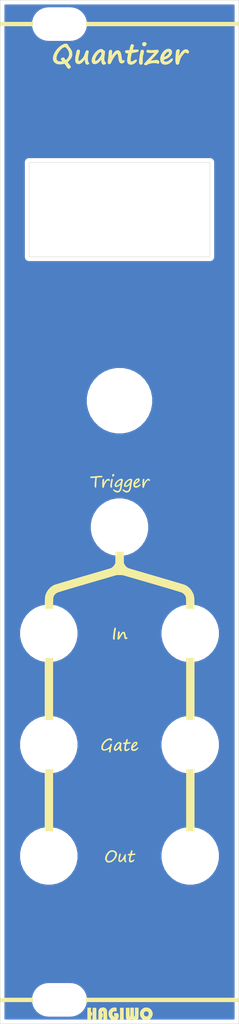
<source format=kicad_pcb>
(kicad_pcb (version 20171130) (host pcbnew "(5.1.10)-1")

  (general
    (thickness 1.6)
    (drawings 8)
    (tracks 0)
    (zones 0)
    (modules 11)
    (nets 1)
  )

  (page A4)
  (layers
    (0 F.Cu signal)
    (31 B.Cu signal)
    (32 B.Adhes user)
    (33 F.Adhes user)
    (34 B.Paste user)
    (35 F.Paste user)
    (36 B.SilkS user)
    (37 F.SilkS user)
    (38 B.Mask user)
    (39 F.Mask user)
    (40 Dwgs.User user)
    (41 Cmts.User user)
    (42 Eco1.User user)
    (43 Eco2.User user)
    (44 Edge.Cuts user)
    (45 Margin user)
    (46 B.CrtYd user)
    (47 F.CrtYd user)
    (48 B.Fab user)
    (49 F.Fab user)
  )

  (setup
    (last_trace_width 0.25)
    (trace_clearance 0.2)
    (zone_clearance 0.508)
    (zone_45_only no)
    (trace_min 0.2)
    (via_size 0.8)
    (via_drill 0.4)
    (via_min_size 0.4)
    (via_min_drill 0.3)
    (uvia_size 0.3)
    (uvia_drill 0.1)
    (uvias_allowed no)
    (uvia_min_size 0.2)
    (uvia_min_drill 0.1)
    (edge_width 0.05)
    (segment_width 0.2)
    (pcb_text_width 0.3)
    (pcb_text_size 1.5 1.5)
    (mod_edge_width 0.12)
    (mod_text_size 1 1)
    (mod_text_width 0.15)
    (pad_size 1.524 1.524)
    (pad_drill 0.762)
    (pad_to_mask_clearance 0)
    (aux_axis_origin 0 0)
    (visible_elements FEFFFF7F)
    (pcbplotparams
      (layerselection 0x010a8_7fffffff)
      (usegerberextensions true)
      (usegerberattributes false)
      (usegerberadvancedattributes true)
      (creategerberjobfile false)
      (excludeedgelayer true)
      (linewidth 0.100000)
      (plotframeref false)
      (viasonmask false)
      (mode 1)
      (useauxorigin false)
      (hpglpennumber 1)
      (hpglpenspeed 20)
      (hpglpendiameter 15.000000)
      (psnegative false)
      (psa4output false)
      (plotreference true)
      (plotvalue true)
      (plotinvisibletext false)
      (padsonsilk false)
      (subtractmaskfromsilk false)
      (outputformat 1)
      (mirror false)
      (drillshape 0)
      (scaleselection 1)
      (outputdirectory "Gerber/"))
  )

  (net 0 "")

  (net_class Default "This is the default net class."
    (clearance 0.2)
    (trace_width 0.25)
    (via_dia 0.8)
    (via_drill 0.4)
    (uvia_dia 0.3)
    (uvia_drill 0.1)
  )

  (module Front:Bohrung_6.2mm locked (layer F.Cu) (tedit 60E3EDE5) (tstamp 61CE55A1)
    (at 23.89 107.43)
    (fp_text reference "" (at 0 0) (layer F.SilkS)
      (effects (font (size 1.27 1.27) (thickness 0.15)))
    )
    (fp_text value "" (at 0 0) (layer F.SilkS)
      (effects (font (size 1.27 1.27) (thickness 0.15)))
    )
    (pad "" np_thru_hole circle (at 0 0) (size 6.2 6.2) (drill 6.2) (layers *.Cu *.Mask))
  )

  (module Front:Bohrung_6.2mm locked (layer F.Cu) (tedit 60E3EDE5) (tstamp 61CE5599)
    (at 23.89 93.46)
    (fp_text reference "" (at 0 0) (layer F.SilkS)
      (effects (font (size 1.27 1.27) (thickness 0.15)))
    )
    (fp_text value "" (at 0 0) (layer F.SilkS)
      (effects (font (size 1.27 1.27) (thickness 0.15)))
    )
    (pad "" np_thru_hole circle (at 0 0) (size 6.2 6.2) (drill 6.2) (layers *.Cu *.Mask))
  )

  (module Front:Bohrung_6.2mm locked (layer F.Cu) (tedit 60E3EDE5) (tstamp 61CE5591)
    (at 23.89 79.49)
    (fp_text reference "" (at 0 0) (layer F.SilkS)
      (effects (font (size 1.27 1.27) (thickness 0.15)))
    )
    (fp_text value "" (at 0 0) (layer F.SilkS)
      (effects (font (size 1.27 1.27) (thickness 0.15)))
    )
    (pad "" np_thru_hole circle (at 0 0) (size 6.2 6.2) (drill 6.2) (layers *.Cu *.Mask))
  )

  (module Front:Bohrung_6.2mm locked (layer F.Cu) (tedit 60E3EDE5) (tstamp 61CE5589)
    (at 6.11 107.43)
    (fp_text reference "" (at 0 0) (layer F.SilkS)
      (effects (font (size 1.27 1.27) (thickness 0.15)))
    )
    (fp_text value "" (at 0 0) (layer F.SilkS)
      (effects (font (size 1.27 1.27) (thickness 0.15)))
    )
    (pad "" np_thru_hole circle (at 0 0) (size 6.2 6.2) (drill 6.2) (layers *.Cu *.Mask))
  )

  (module Front:Bohrung_6.2mm locked (layer F.Cu) (tedit 60E3EDE5) (tstamp 61CE5581)
    (at 6.11 93.46)
    (fp_text reference "" (at 0 0) (layer F.SilkS)
      (effects (font (size 1.27 1.27) (thickness 0.15)))
    )
    (fp_text value "" (at 0 0) (layer F.SilkS)
      (effects (font (size 1.27 1.27) (thickness 0.15)))
    )
    (pad "" np_thru_hole circle (at 0 0) (size 6.2 6.2) (drill 6.2) (layers *.Cu *.Mask))
  )

  (module Front:Bohrung_6.2mm locked (layer F.Cu) (tedit 60E3EDE5) (tstamp 61CE557F)
    (at 6.11 79.49)
    (fp_text reference "" (at 0 0) (layer F.SilkS)
      (effects (font (size 1.27 1.27) (thickness 0.15)))
    )
    (fp_text value "" (at 0 0) (layer F.SilkS)
      (effects (font (size 1.27 1.27) (thickness 0.15)))
    )
    (pad "" np_thru_hole circle (at 0 0) (size 6.2 6.2) (drill 6.2) (layers *.Cu *.Mask))
  )

  (module Front:Bohrung_6.2mm locked (layer F.Cu) (tedit 60E3EDE5) (tstamp 61CE5557)
    (at 15 66.155)
    (fp_text reference "" (at 0 0) (layer Dwgs.User) hide
      (effects (font (size 1.27 1.27) (thickness 0.15)))
    )
    (fp_text value "" (at 0 0) (layer Dwgs.User) hide
      (effects (font (size 1.27 1.27) (thickness 0.15)))
    )
    (pad "" np_thru_hole circle (at 0 0) (size 6.2 6.2) (drill 6.2) (layers *.Cu *.Mask))
  )

  (module Front:Bohrung_7.2mm locked (layer F.Cu) (tedit 60E3EDE5) (tstamp 61CE551C)
    (at 15 50.28)
    (fp_text reference "" (at 0 0) (layer F.SilkS)
      (effects (font (size 1.27 1.27) (thickness 0.15)))
    )
    (fp_text value "" (at 0 0) (layer F.SilkS)
      (effects (font (size 1.27 1.27) (thickness 0.15)))
    )
    (pad "" np_thru_hole circle (at 0 0) (size 7.2 7.2) (drill 7.2) (layers *.Cu *.Mask))
  )

  (module Front:Bohrung_3.2x5.9mm locked (layer F.Cu) (tedit 61CDF5D1) (tstamp 61CE54E0)
    (at 7.45 125.5)
    (fp_text reference Ref** (at 0 0) (layer Dwgs.User) hide
      (effects (font (size 1.27 1.27) (thickness 0.15)))
    )
    (fp_text value Val** (at 0 0) (layer Dwgs.User) hide
      (effects (font (size 1.27 1.27) (thickness 0.15)))
    )
    (pad "" np_thru_hole roundrect (at 0 0) (size 5.9 3.2) (drill oval 5.9 3.2) (layers *.Cu *.Mask) (roundrect_rratio 0.5))
  )

  (module Front:Bohrung_3.2x5.9mm locked (layer F.Cu) (tedit 61CDF5D1) (tstamp 61CE54C7)
    (at 7.45 3)
    (fp_text reference Ref** (at 0 0) (layer Dwgs.User) hide
      (effects (font (size 1.27 1.27) (thickness 0.15)))
    )
    (fp_text value Val** (at 0 0) (layer Dwgs.User) hide
      (effects (font (size 1.27 1.27) (thickness 0.15)))
    )
    (pad "" np_thru_hole roundrect (at 0 0) (size 5.9 3.2) (drill oval 5.9 3.2) (layers *.Cu *.Mask) (roundrect_rratio 0.5))
  )

  (module Front:Front locked (layer F.Cu) (tedit 0) (tstamp 61CE539F)
    (at 15 64.25)
    (fp_text reference G*** (at 0 0) (layer Dwgs.User) hide
      (effects (font (size 1.524 1.524) (thickness 0.3)))
    )
    (fp_text value LOGO (at 0.75 0) (layer Dwgs.User) hide
      (effects (font (size 1.524 1.524) (thickness 0.3)))
    )
    (fp_poly (pts (xy -0.575422 62.210224) (xy -0.485274 62.222149) (xy -0.417609 62.235849) (xy -0.395837 62.243662)
      (xy -0.382109 62.278557) (xy -0.371903 62.354816) (xy -0.367055 62.457385) (xy -0.366889 62.480931)
      (xy -0.366889 62.70031) (xy -0.524173 62.687267) (xy -0.66838 62.689386) (xy -0.773274 62.725572)
      (xy -0.846869 62.799137) (xy -0.863186 62.827322) (xy -0.897057 62.936875) (xy -0.901023 63.059545)
      (xy -0.876137 63.171641) (xy -0.845383 63.22711) (xy -0.77857 63.283816) (xy -0.689301 63.326349)
      (xy -0.600715 63.345913) (xy -0.548229 63.340064) (xy -0.509868 63.313002) (xy -0.521244 63.288127)
      (xy -0.576099 63.274714) (xy -0.592667 63.274222) (xy -0.677334 63.274222) (xy -0.677334 62.90505)
      (xy -0.213274 62.921444) (xy -0.149435 63.034333) (xy -0.093306 63.188257) (xy -0.088759 63.350866)
      (xy -0.135649 63.508259) (xy -0.154813 63.544181) (xy -0.255496 63.663107) (xy -0.391854 63.748905)
      (xy -0.551226 63.797596) (xy -0.720952 63.805202) (xy -0.878133 63.771508) (xy -1.05556 63.679352)
      (xy -1.200313 63.541226) (xy -1.237236 63.491069) (xy -1.313906 63.360877) (xy -1.359397 63.233265)
      (xy -1.379943 63.086333) (xy -1.382889 62.979218) (xy -1.377296 62.847292) (xy -1.356735 62.743998)
      (xy -1.315541 62.642296) (xy -1.309843 62.630719) (xy -1.197817 62.463459) (xy -1.051523 62.333799)
      (xy -0.880083 62.246964) (xy -0.69262 62.208176) (xy -0.575422 62.210224)) (layer F.SilkS) (width 0.01))
    (fp_poly (pts (xy 1.806222 62.746717) (xy 1.807319 62.945407) (xy 1.810917 63.094421) (xy 1.817471 63.200489)
      (xy 1.827437 63.270342) (xy 1.841272 63.310709) (xy 1.84484 63.316247) (xy 1.876835 63.346924)
      (xy 1.90205 63.339445) (xy 1.921073 63.290519) (xy 1.934488 63.196854) (xy 1.94288 63.055158)
      (xy 1.946835 62.862141) (xy 1.947333 62.739855) (xy 1.947333 62.23) (xy 2.401838 62.23)
      (xy 2.393308 62.877119) (xy 2.389998 63.098485) (xy 2.385315 63.271119) (xy 2.377311 63.40273)
      (xy 2.364036 63.501026) (xy 2.34354 63.573717) (xy 2.313877 63.628512) (xy 2.273095 63.673121)
      (xy 2.219246 63.715251) (xy 2.173398 63.746944) (xy 2.060336 63.794669) (xy 1.929958 63.805557)
      (xy 1.800036 63.782249) (xy 1.688346 63.727387) (xy 1.626188 63.665639) (xy 1.596994 63.630928)
      (xy 1.570799 63.636131) (xy 1.535509 63.672207) (xy 1.418382 63.762171) (xy 1.279223 63.80576)
      (xy 1.131206 63.800718) (xy 1.01696 63.761011) (xy 0.936166 63.701996) (xy 0.867898 63.622907)
      (xy 0.861737 63.612888) (xy 0.843044 63.577039) (xy 0.828896 63.537024) (xy 0.818668 63.484828)
      (xy 0.811733 63.412436) (xy 0.807463 63.311832) (xy 0.805231 63.175002) (xy 0.80441 62.99393)
      (xy 0.804333 62.879111) (xy 0.804333 62.244111) (xy 1.255888 62.244111) (xy 1.263553 62.787388)
      (xy 1.266844 62.978701) (xy 1.270973 63.12047) (xy 1.276567 63.219596) (xy 1.284254 63.282981)
      (xy 1.29466 63.317525) (xy 1.308414 63.330129) (xy 1.312942 63.330666) (xy 1.327523 63.323363)
      (xy 1.338349 63.296845) (xy 1.345945 63.244198) (xy 1.350835 63.158507) (xy 1.353543 63.032857)
      (xy 1.354593 62.860335) (xy 1.354666 62.780333) (xy 1.354666 62.23) (xy 1.806222 62.23)
      (xy 1.806222 62.746717)) (layer F.SilkS) (width 0.01))
    (fp_poly (pts (xy 3.496048 62.218657) (xy 3.585292 62.230238) (xy 3.662347 62.255543) (xy 3.749273 62.299486)
      (xy 3.750148 62.29997) (xy 3.906454 62.415788) (xy 4.034295 62.568437) (xy 4.125635 62.744621)
      (xy 4.172437 62.931043) (xy 4.176888 63.006111) (xy 4.150385 63.192584) (xy 4.076369 63.374203)
      (xy 3.963085 63.537313) (xy 3.818774 63.668264) (xy 3.752043 63.709765) (xy 3.584801 63.774026)
      (xy 3.396218 63.803216) (xy 3.208352 63.795591) (xy 3.076989 63.763141) (xy 2.950366 63.694612)
      (xy 2.823221 63.58874) (xy 2.711723 63.462099) (xy 2.632044 63.331267) (xy 2.61553 63.290121)
      (xy 2.569938 63.076398) (xy 2.572898 63.000833) (xy 3.062111 63.000833) (xy 3.076965 63.133365)
      (xy 3.126689 63.228907) (xy 3.219026 63.299964) (xy 3.259666 63.319947) (xy 3.377748 63.344709)
      (xy 3.497021 63.313221) (xy 3.556 63.277308) (xy 3.632476 63.190303) (xy 3.672568 63.076696)
      (xy 3.675974 62.953292) (xy 3.642393 62.836894) (xy 3.571526 62.744305) (xy 3.565624 62.739513)
      (xy 3.457447 62.687781) (xy 3.335087 62.681811) (xy 3.215929 62.720573) (xy 3.154278 62.763907)
      (xy 3.099792 62.81893) (xy 3.072314 62.872532) (xy 3.062872 62.947777) (xy 3.062111 63.000833)
      (xy 2.572898 63.000833) (xy 2.578027 62.869934) (xy 2.637212 62.677468) (xy 2.744906 62.505739)
      (xy 2.898526 62.361485) (xy 2.99554 62.299656) (xy 3.082431 62.255674) (xy 3.159465 62.230316)
      (xy 3.248673 62.218686) (xy 3.372087 62.215888) (xy 3.372555 62.215888) (xy 3.496048 62.218657)) (layer F.SilkS) (width 0.01))
    (fp_poly (pts (xy -3.584223 62.794444) (xy -3.513667 62.794444) (xy -3.47778 62.797082) (xy -3.456743 62.812922)
      (xy -3.446595 62.853853) (xy -3.443371 62.931766) (xy -3.443112 63.006111) (xy -3.443991 63.113773)
      (xy -3.449271 63.176882) (xy -3.462915 63.207328) (xy -3.488886 63.216999) (xy -3.513667 63.217777)
      (xy -3.584223 63.217777) (xy -3.584223 63.782222) (xy -4.035778 63.782222) (xy -4.035778 62.23)
      (xy -3.584223 62.23) (xy -3.584223 62.794444)) (layer F.SilkS) (width 0.01))
    (fp_poly (pts (xy -2.913491 63.013166) (xy -2.905982 63.782222) (xy -3.133099 63.782222) (xy -3.263814 63.778417)
      (xy -3.342745 63.766588) (xy -3.373932 63.746481) (xy -3.377351 63.709567) (xy -3.379882 63.624116)
      (xy -3.381462 63.498027) (xy -3.382028 63.339201) (xy -3.381516 63.155538) (xy -3.380101 62.977425)
      (xy -3.372556 62.244111) (xy -2.921 62.244111) (xy -2.913491 63.013166)) (layer F.SilkS) (width 0.01))
    (fp_poly (pts (xy -1.98925 62.209207) (xy -1.838536 62.251651) (xy -1.713658 62.329268) (xy -1.625878 62.438851)
      (xy -1.624414 62.441666) (xy -1.605036 62.483882) (xy -1.590236 62.530886) (xy -1.579241 62.591049)
      (xy -1.571279 62.672743) (xy -1.565579 62.784337) (xy -1.561368 62.934204) (xy -1.557874 63.130714)
      (xy -1.557293 63.169562) (xy -1.548252 63.784569) (xy -1.783071 63.77634) (xy -2.017889 63.768111)
      (xy -2.025561 63.223018) (xy -2.033232 62.677925) (xy -2.110227 62.686795) (xy -2.157357 62.69763)
      (xy -2.181721 62.726496) (xy -2.192821 62.789255) (xy -2.195825 62.829722) (xy -2.198287 62.911065)
      (xy -2.188421 62.950772) (xy -2.160932 62.963208) (xy -2.146436 62.963777) (xy -2.117572 62.968144)
      (xy -2.100277 62.988839) (xy -2.091623 63.037253) (xy -2.088685 63.12478) (xy -2.088445 63.189555)
      (xy -2.089623 63.302047) (xy -2.095051 63.369467) (xy -2.107566 63.403167) (xy -2.130007 63.414502)
      (xy -2.144889 63.415333) (xy -2.175436 63.42105) (xy -2.192467 63.446517) (xy -2.199819 63.504206)
      (xy -2.201334 63.598777) (xy -2.201334 63.782222) (xy -2.652889 63.782222) (xy -2.652889 63.188431)
      (xy -2.652403 62.986262) (xy -2.650515 62.832097) (xy -2.64658 62.717499) (xy -2.639951 62.634032)
      (xy -2.629984 62.57326) (xy -2.616033 62.526747) (xy -2.599448 62.489931) (xy -2.51855 62.366701)
      (xy -2.416142 62.284212) (xy -2.323146 62.242666) (xy -2.15454 62.205143) (xy -1.98925 62.209207)) (layer F.SilkS) (width 0.01))
    (fp_poly (pts (xy 0.522111 63.768111) (xy 0.055533 63.784519) (xy 0.070555 62.244111) (xy 0.522111 62.244111)
      (xy 0.522111 63.768111)) (layer F.SilkS) (width 0.01))
    (fp_poly (pts (xy -10.865556 61.524444) (xy -14.986 61.524444) (xy -14.986 60.988222) (xy -10.865556 60.988222)
      (xy -10.865556 61.524444)) (layer F.SilkS) (width 0.01))
    (fp_poly (pts (xy 15.014222 61.524444) (xy -4.205112 61.524444) (xy -4.205112 60.988222) (xy 15.014222 60.988222)
      (xy 15.014222 61.524444)) (layer F.SilkS) (width 0.01))
    (fp_poly (pts (xy -0.708052 42.494609) (xy -0.551033 42.560115) (xy -0.424471 42.659694) (xy -0.411591 42.674332)
      (xy -0.353602 42.778518) (xy -0.319927 42.912955) (xy -0.315269 43.054965) (xy -0.322073 43.106136)
      (xy -0.373818 43.264723) (xy -0.466092 43.433991) (xy -0.588242 43.600826) (xy -0.729614 43.752111)
      (xy -0.879554 43.874732) (xy -1.004279 43.945964) (xy -1.144689 43.992082) (xy -1.294631 44.015239)
      (xy -1.434416 44.013932) (xy -1.543363 43.987111) (xy -1.629502 43.924436) (xy -1.711768 43.82492)
      (xy -1.776708 43.707345) (xy -1.805333 43.62139) (xy -1.813074 43.492167) (xy -1.600871 43.492167)
      (xy -1.580079 43.628949) (xy -1.511122 43.739766) (xy -1.470791 43.77651) (xy -1.378358 43.816244)
      (xy -1.257722 43.819728) (xy -1.122824 43.788264) (xy -1.003693 43.732882) (xy -0.848477 43.616515)
      (xy -0.716064 43.468129) (xy -0.614664 43.300679) (xy -0.552486 43.127118) (xy -0.536498 42.995779)
      (xy -0.550249 42.86634) (xy -0.597294 42.773955) (xy -0.685433 42.705319) (xy -0.7159 42.68979)
      (xy -0.867651 42.645745) (xy -1.017455 42.656184) (xy -1.161905 42.719165) (xy -1.297596 42.832746)
      (xy -1.421119 42.994984) (xy -1.498176 43.135741) (xy -1.573552 43.328178) (xy -1.600871 43.492167)
      (xy -1.813074 43.492167) (xy -1.814654 43.465803) (xy -1.782524 43.291215) (xy -1.715088 43.108966)
      (xy -1.61849 42.930396) (xy -1.498876 42.766846) (xy -1.362392 42.629655) (xy -1.21518 42.530163)
      (xy -1.213556 42.529336) (xy -1.054143 42.476538) (xy -0.880699 42.465856) (xy -0.708052 42.494609)) (layer F.SilkS) (width 0.01))
    (fp_poly (pts (xy 0.106362 42.887027) (xy 0.145037 42.925141) (xy 0.160666 42.982752) (xy 0.153105 43.069072)
      (xy 0.122212 43.193314) (xy 0.100525 43.264478) (xy 0.053354 43.438818) (xy 0.031278 43.58033)
      (xy 0.034008 43.684765) (xy 0.061261 43.747878) (xy 0.112749 43.765421) (xy 0.133921 43.760837)
      (xy 0.183978 43.731599) (xy 0.254267 43.674833) (xy 0.308393 43.623761) (xy 0.370954 43.553088)
      (xy 0.430354 43.467637) (xy 0.492324 43.357371) (xy 0.562596 43.212251) (xy 0.631328 43.058151)
      (xy 0.669624 42.987222) (xy 0.709192 42.959677) (xy 0.741284 42.959374) (xy 0.765075 42.962491)
      (xy 0.781986 42.96935) (xy 0.792534 42.98789) (xy 0.797233 43.026051) (xy 0.796598 43.091771)
      (xy 0.791144 43.192992) (xy 0.781386 43.337651) (xy 0.773336 43.453558) (xy 0.765988 43.580258)
      (xy 0.76621 43.666252) (xy 0.775848 43.726985) (xy 0.796747 43.777903) (xy 0.816064 43.811149)
      (xy 0.876721 43.909293) (xy 0.81308 43.953869) (xy 0.754133 43.990235) (xy 0.715063 43.989883)
      (xy 0.671155 43.950697) (xy 0.662284 43.940963) (xy 0.627498 43.881134) (xy 0.594579 43.789912)
      (xy 0.578941 43.726613) (xy 0.547617 43.569744) (xy 0.464308 43.69027) (xy 0.390957 43.776202)
      (xy 0.297787 43.85792) (xy 0.200318 43.924206) (xy 0.114069 43.963844) (xy 0.07697 43.970222)
      (xy 0.024703 43.95123) (xy -0.041207 43.9038) (xy -0.061569 43.884773) (xy -0.104501 43.838987)
      (xy -0.128966 43.797575) (xy -0.138879 43.744048) (xy -0.138154 43.661917) (xy -0.133586 43.581384)
      (xy -0.119458 43.431982) (xy -0.09663 43.279339) (xy -0.0679 43.136218) (xy -0.036066 43.015381)
      (xy -0.003926 42.92959) (xy 0.0162 42.898256) (xy 0.063876 42.871737) (xy 0.106362 42.887027)) (layer F.SilkS) (width 0.01))
    (fp_poly (pts (xy 1.584963 42.478667) (xy 1.596511 42.486495) (xy 1.625592 42.513282) (xy 1.635454 42.547772)
      (xy 1.627372 42.606972) (xy 1.610744 42.67608) (xy 1.586648 42.767831) (xy 1.566146 42.84034)
      (xy 1.557613 42.866878) (xy 1.5588 42.887489) (xy 1.589242 42.896097) (xy 1.659021 42.893933)
      (xy 1.727528 42.887611) (xy 1.859672 42.878762) (xy 1.944721 42.885871) (xy 1.990236 42.910799)
      (xy 2.003777 42.955407) (xy 2.003777 42.955576) (xy 1.997504 42.994806) (xy 1.972006 43.022217)
      (xy 1.917269 43.041954) (xy 1.823275 43.058162) (xy 1.727989 43.069715) (xy 1.622571 43.084034)
      (xy 1.539476 43.09995) (xy 1.494358 43.114373) (xy 1.491648 43.116395) (xy 1.471445 43.159655)
      (xy 1.448464 43.24313) (xy 1.425636 43.350878) (xy 1.40589 43.466961) (xy 1.392155 43.575436)
      (xy 1.387359 43.660364) (xy 1.38816 43.679589) (xy 1.400019 43.751865) (xy 1.427524 43.785088)
      (xy 1.46859 43.795126) (xy 1.546579 43.78093) (xy 1.64497 43.727308) (xy 1.658846 43.717515)
      (xy 1.757867 43.655254) (xy 1.825524 43.633768) (xy 1.859243 43.653594) (xy 1.862666 43.674881)
      (xy 1.83734 43.755842) (xy 1.77039 43.838643) (xy 1.675362 43.913188) (xy 1.5658 43.969383)
      (xy 1.455251 43.997133) (xy 1.428515 43.998444) (xy 1.322096 43.977678) (xy 1.254606 43.929171)
      (xy 1.213402 43.877883) (xy 1.192678 43.817152) (xy 1.186363 43.726278) (xy 1.186324 43.696338)
      (xy 1.193623 43.575347) (xy 1.211371 43.436897) (xy 1.227666 43.349333) (xy 1.253268 43.229272)
      (xy 1.265248 43.154719) (xy 1.262694 43.11619) (xy 1.244692 43.104196) (xy 1.210333 43.109252)
      (xy 1.204715 43.110643) (xy 1.122987 43.103139) (xy 1.071575 43.072082) (xy 1.027314 43.028496)
      (xy 1.025625 42.994353) (xy 1.04033 42.973022) (xy 1.092212 42.942909) (xy 1.178235 42.923267)
      (xy 1.208262 42.920398) (xy 1.339584 42.911888) (xy 1.396514 42.70506) (xy 1.439592 42.572979)
      (xy 1.483144 42.49364) (xy 1.530494 42.463413) (xy 1.584963 42.478667)) (layer F.SilkS) (width 0.01))
    (fp_poly (pts (xy -8.353778 40.117888) (xy -9.398 40.117888) (xy -9.398 32.272111) (xy -8.353778 32.272111)
      (xy -8.353778 40.117888)) (layer F.SilkS) (width 0.01))
    (fp_poly (pts (xy 9.426222 40.117888) (xy 8.382 40.117888) (xy 8.382 32.272111) (xy 9.426222 32.272111)
      (xy 9.426222 40.117888)) (layer F.SilkS) (width 0.01))
    (fp_poly (pts (xy -1.038759 28.443691) (xy -0.967514 28.487975) (xy -0.932586 28.551472) (xy -0.940899 28.631875)
      (xy -0.975267 28.69572) (xy -1.030291 28.749477) (xy -1.080011 28.747181) (xy -1.123295 28.688891)
      (xy -1.123754 28.687888) (xy -1.176937 28.630902) (xy -1.261017 28.612697) (xy -1.368284 28.630877)
      (xy -1.491027 28.683051) (xy -1.621533 28.766825) (xy -1.752092 28.879804) (xy -1.756645 28.884335)
      (xy -1.914516 29.068112) (xy -2.01928 29.252474) (xy -2.074022 29.443328) (xy -2.081418 29.505964)
      (xy -2.086941 29.607333) (xy -2.080733 29.671188) (xy -2.059029 29.715891) (xy -2.032204 29.746019)
      (xy -1.981778 29.785655) (xy -1.924073 29.798682) (xy -1.842366 29.792083) (xy -1.71795 29.759193)
      (xy -1.574963 29.697449) (xy -1.434824 29.617831) (xy -1.318952 29.531319) (xy -1.30092 29.514494)
      (xy -1.221433 29.402343) (xy -1.195296 29.317412) (xy -1.161262 29.205562) (xy -1.103916 29.140843)
      (xy -1.045663 29.125333) (xy -0.98723 29.136552) (xy -0.959021 29.174699) (xy -0.960109 29.246505)
      (xy -0.989568 29.358704) (xy -1.006588 29.409275) (xy -1.062667 29.617063) (xy -1.094069 29.854644)
      (xy -1.097338 29.901444) (xy -1.105825 30.029553) (xy -1.114384 30.111901) (xy -1.126311 30.159083)
      (xy -1.144898 30.18169) (xy -1.173442 30.190315) (xy -1.18775 30.192149) (xy -1.259222 30.182031)
      (xy -1.298064 30.155636) (xy -1.317279 30.117131) (xy -1.321773 30.056582) (xy -1.312054 29.959756)
      (xy -1.306422 29.921376) (xy -1.293064 29.824976) (xy -1.285789 29.753419) (xy -1.286153 29.722042)
      (xy -1.286206 29.721976) (xy -1.312263 29.729862) (xy -1.365464 29.76224) (xy -1.378758 29.771502)
      (xy -1.552118 29.875283) (xy -1.722797 29.941152) (xy -1.883493 29.968895) (xy -2.026903 29.958296)
      (xy -2.145726 29.909141) (xy -2.232659 29.821214) (xy -2.246571 29.79705) (xy -2.278587 29.686825)
      (xy -2.284169 29.543934) (xy -2.26481 29.384765) (xy -2.221998 29.225707) (xy -2.186764 29.139444)
      (xy -2.090488 28.980529) (xy -1.956113 28.819398) (xy -1.799156 28.671478) (xy -1.635134 28.552196)
      (xy -1.548433 28.504812) (xy -1.401159 28.449181) (xy -1.262506 28.421988) (xy -1.139398 28.420927)
      (xy -1.038759 28.443691)) (layer F.SilkS) (width 0.01))
    (fp_poly (pts (xy 0.039962 28.881645) (xy 0.105326 28.927777) (xy 0.160209 28.970937) (xy 0.203827 28.984222)
      (xy 0.231532 28.988956) (xy 0.247155 29.009172) (xy 0.250931 29.053896) (xy 0.243093 29.132148)
      (xy 0.223876 29.252953) (xy 0.212509 29.318322) (xy 0.188276 29.513645) (xy 0.190001 29.671911)
      (xy 0.217269 29.788259) (xy 0.257694 29.848343) (xy 0.304568 29.911894) (xy 0.296431 29.966429)
      (xy 0.255855 29.999229) (xy 0.171613 30.026558) (xy 0.103973 30.0041) (xy 0.077128 29.979055)
      (xy 0.038118 29.914794) (xy 0.013952 29.845) (xy -0.007523 29.756596) (xy -0.029763 29.716886)
      (xy -0.064734 29.722835) (xy -0.124403 29.771407) (xy -0.157292 29.80156) (xy -0.272654 29.893883)
      (xy -0.387893 29.961759) (xy -0.488163 29.997048) (xy -0.519631 30.000222) (xy -0.567794 29.982894)
      (xy -0.6305 29.940521) (xy -0.638338 29.933954) (xy -0.685581 29.88461) (xy -0.707623 29.828951)
      (xy -0.712452 29.744242) (xy -0.712107 29.724004) (xy -0.705749 29.686672) (xy -0.508 29.686672)
      (xy -0.50124 29.765376) (xy -0.475425 29.798205) (xy -0.422258 29.788335) (xy -0.347992 29.747911)
      (xy -0.262142 29.677071) (xy -0.169805 29.572059) (xy -0.08471 29.451402) (xy -0.020588 29.333628)
      (xy 0.00051 29.277661) (xy 0.016104 29.175716) (xy 0.001405 29.095) (xy -0.039846 29.047841)
      (xy -0.071468 29.040666) (xy -0.140039 29.065366) (xy -0.219539 29.13177) (xy -0.302169 29.228336)
      (xy -0.38013 29.343521) (xy -0.445621 29.465785) (xy -0.490843 29.583583) (xy -0.507997 29.685375)
      (xy -0.508 29.686672) (xy -0.705749 29.686672) (xy -0.682718 29.55145) (xy -0.605334 29.369643)
      (xy -0.484893 29.188933) (xy -0.421505 29.114593) (xy -0.291971 28.991934) (xy -0.168143 28.910897)
      (xy -0.05563 28.873472) (xy 0.039962 28.881645)) (layer F.SilkS) (width 0.01))
    (fp_poly (pts (xy 0.981916 28.50257) (xy 1.004761 28.517165) (xy 1.03382 28.546016) (xy 1.042148 28.586053)
      (xy 1.031701 28.655421) (xy 1.023595 28.691616) (xy 1.000683 28.783509) (xy 0.979124 28.858968)
      (xy 0.971363 28.881683) (xy 0.964706 28.908725) (xy 0.978452 28.922517) (xy 1.023341 28.92505)
      (xy 1.110113 28.918318) (xy 1.148392 28.914542) (xy 1.257526 28.905942) (xy 1.326285 28.908345)
      (xy 1.36998 28.923552) (xy 1.394581 28.943501) (xy 1.423496 28.993818) (xy 1.399563 29.035141)
      (xy 1.321815 29.068071) (xy 1.189281 29.093213) (xy 1.14572 29.098549) (xy 1.039656 29.111928)
      (xy 0.955655 29.125272) (xy 0.909367 29.136038) (xy 0.90626 29.137498) (xy 0.887138 29.173152)
      (xy 0.864383 29.249965) (xy 0.840861 29.353029) (xy 0.819437 29.467435) (xy 0.802978 29.578273)
      (xy 0.79435 29.670633) (xy 0.794661 29.718) (xy 0.818958 29.796213) (xy 0.87226 29.826999)
      (xy 0.955122 29.810388) (xy 1.068101 29.746409) (xy 1.086053 29.733888) (xy 1.178789 29.675656)
      (xy 1.237581 29.656358) (xy 1.25347 29.661959) (xy 1.269617 29.713966) (xy 1.243469 29.784185)
      (xy 1.181302 29.862074) (xy 1.089937 29.936722) (xy 0.953636 30.006259) (xy 0.826745 30.028666)
      (xy 0.716944 30.003187) (xy 0.676822 29.977261) (xy 0.625438 29.900942) (xy 0.600437 29.779991)
      (xy 0.602268 29.61991) (xy 0.631375 29.4262) (xy 0.631893 29.423686) (xy 0.658785 29.290009)
      (xy 0.672868 29.202716) (xy 0.67339 29.153049) (xy 0.659596 29.132249) (xy 0.630732 29.131557)
      (xy 0.607207 29.136814) (xy 0.532803 29.134163) (xy 0.478319 29.095652) (xy 0.441247 29.037357)
      (xy 0.457872 28.992395) (xy 0.526678 28.962377) (xy 0.615175 28.950398) (xy 0.746076 28.941888)
      (xy 0.81113 28.725937) (xy 0.854046 28.599485) (xy 0.893565 28.523612) (xy 0.934563 28.493059)
      (xy 0.981916 28.50257)) (layer F.SilkS) (width 0.01))
    (fp_poly (pts (xy 2.162472 28.859814) (xy 2.229943 28.911581) (xy 2.256974 29.0009) (xy 2.257777 29.024397)
      (xy 2.239793 29.122175) (xy 2.18286 29.220042) (xy 2.082511 29.32334) (xy 1.934276 29.43741)
      (xy 1.882932 29.472441) (xy 1.781112 29.543926) (xy 1.699829 29.607617) (xy 1.649022 29.655317)
      (xy 1.636888 29.675368) (xy 1.662521 29.739638) (xy 1.731981 29.784291) (xy 1.834108 29.802457)
      (xy 1.843515 29.802561) (xy 1.9872 29.77507) (xy 2.135828 29.694482) (xy 2.234317 29.613261)
      (xy 2.300187 29.568025) (xy 2.34835 29.567008) (xy 2.37019 29.609734) (xy 2.370666 29.620806)
      (xy 2.35047 29.669654) (xy 2.298452 29.739216) (xy 2.227465 29.81571) (xy 2.150363 29.885354)
      (xy 2.080002 29.934365) (xy 2.076454 29.936256) (xy 1.926076 29.991031) (xy 1.771591 30.006567)
      (xy 1.699233 29.998062) (xy 1.579144 29.948572) (xy 1.4969 29.861296) (xy 1.453329 29.741061)
      (xy 1.449259 29.592692) (xy 1.485518 29.421018) (xy 1.501742 29.381169) (xy 1.683936 29.381169)
      (xy 1.686354 29.407049) (xy 1.68941 29.407555) (xy 1.725197 29.391582) (xy 1.789768 29.35013)
      (xy 1.853449 29.303914) (xy 1.957704 29.220075) (xy 2.021432 29.155844) (xy 2.05257 29.101888)
      (xy 2.059324 29.061833) (xy 2.041102 29.020888) (xy 1.990033 29.017924) (xy 1.914786 29.052682)
      (xy 1.893805 29.066811) (xy 1.848393 29.11074) (xy 1.796853 29.177222) (xy 1.747033 29.253174)
      (xy 1.706778 29.325517) (xy 1.683936 29.381169) (xy 1.501742 29.381169) (xy 1.562937 29.230864)
      (xy 1.566344 29.224049) (xy 1.672276 29.055677) (xy 1.795494 28.933942) (xy 1.931688 28.862225)
      (xy 2.051733 28.843111) (xy 2.162472 28.859814)) (layer F.SilkS) (width 0.01))
    (fp_poly (pts (xy -8.353789 22.225) (xy -8.353778 26.147888) (xy -9.398 26.147888) (xy -9.398007 22.225)
      (xy -9.398014 18.302111) (xy -8.3538 18.302111) (xy -8.353789 22.225)) (layer F.SilkS) (width 0.01))
    (fp_poly (pts (xy 9.426229 22.225) (xy 9.426222 26.147888) (xy 8.382 26.147888) (xy 8.38201 22.225)
      (xy 8.382021 18.302111) (xy 9.426235 18.302111) (xy 9.426229 22.225)) (layer F.SilkS) (width 0.01))
    (fp_poly (pts (xy -0.490997 14.539861) (xy -0.469497 14.568755) (xy -0.460182 14.612962) (xy -0.465086 14.697491)
      (xy -0.484723 14.827502) (xy -0.507462 14.948076) (xy -0.536491 15.119873) (xy -0.562454 15.319905)
      (xy -0.582017 15.519962) (xy -0.590316 15.649222) (xy -0.606778 16.016111) (xy -0.682491 16.024858)
      (xy -0.754282 16.014485) (xy -0.788325 15.977324) (xy -0.807227 15.92264) (xy -0.815837 15.843533)
      (xy -0.813898 15.733105) (xy -0.801148 15.584459) (xy -0.777328 15.390697) (xy -0.762161 15.281562)
      (xy -0.731139 15.065818) (xy -0.706335 14.899124) (xy -0.68628 14.774613) (xy -0.669505 14.685414)
      (xy -0.654542 14.624661) (xy -0.639922 14.585485) (xy -0.624177 14.561016) (xy -0.605837 14.544388)
      (xy -0.604301 14.543254) (xy -0.541176 14.515112) (xy -0.490997 14.539861)) (layer F.SilkS) (width 0.01))
    (fp_poly (pts (xy -0.013663 15.002541) (xy 0.018321 15.054984) (xy 0.027411 15.147562) (xy 0.014117 15.284505)
      (xy -0.014608 15.439917) (xy -0.034158 15.539483) (xy -0.046318 15.614799) (xy -0.048812 15.651471)
      (xy -0.048247 15.652716) (xy -0.031247 15.633889) (xy 0.007445 15.575792) (xy 0.061553 15.488182)
      (xy 0.107499 15.410647) (xy 0.200136 15.260418) (xy 0.278799 15.155415) (xy 0.351104 15.088708)
      (xy 0.424666 15.053369) (xy 0.5071 15.042472) (xy 0.51222 15.042444) (xy 0.591879 15.050538)
      (xy 0.642829 15.084396) (xy 0.675328 15.130598) (xy 0.704194 15.199737) (xy 0.733388 15.30532)
      (xy 0.757698 15.427617) (xy 0.762925 15.462209) (xy 0.785052 15.602072) (xy 0.807724 15.693624)
      (xy 0.835188 15.744874) (xy 0.871691 15.763835) (xy 0.920188 15.758844) (xy 0.980354 15.758939)
      (xy 1.005048 15.78839) (xy 1.000588 15.846932) (xy 0.954642 15.905331) (xy 0.880397 15.949418)
      (xy 0.845395 15.959945) (xy 0.762219 15.965777) (xy 0.698171 15.938414) (xy 0.649735 15.872448)
      (xy 0.613395 15.762474) (xy 0.585635 15.603083) (xy 0.579104 15.550444) (xy 0.558027 15.419874)
      (xy 0.530027 15.318256) (xy 0.498465 15.255534) (xy 0.474182 15.24) (xy 0.424418 15.264902)
      (xy 0.357505 15.335342) (xy 0.27839 15.444917) (xy 0.19202 15.587224) (xy 0.157968 15.649222)
      (xy 0.063039 15.81747) (xy -0.016167 15.935548) (xy -0.083025 16.006402) (xy -0.140912 16.032976)
      (xy -0.193202 16.018216) (xy -0.227616 15.985674) (xy -0.244129 15.953869) (xy -0.250675 15.902755)
      (xy -0.247368 15.82094) (xy -0.234322 15.697033) (xy -0.2308 15.668174) (xy -0.215725 15.532077)
      (xy -0.204183 15.400561) (xy -0.19792 15.294756) (xy -0.197284 15.262494) (xy -0.185435 15.127894)
      (xy -0.150748 15.035442) (xy -0.095461 14.989963) (xy -0.069045 14.986) (xy -0.013663 15.002541)) (layer F.SilkS) (width 0.01))
    (fp_poly (pts (xy 0.54159 5.700183) (xy 0.550333 6.420555) (xy 0.629192 6.581142) (xy 0.716102 6.719157)
      (xy 0.833755 6.853032) (xy 0.966608 6.967891) (xy 1.099116 7.048861) (xy 1.132644 7.062918)
      (xy 1.174856 7.076428) (xy 1.267887 7.104656) (xy 1.408343 7.146604) (xy 1.59283 7.201279)
      (xy 1.817954 7.267684) (xy 2.080322 7.344824) (xy 2.376538 7.431703) (xy 2.703208 7.527326)
      (xy 3.05694 7.630697) (xy 3.434337 7.740822) (xy 3.832008 7.856703) (xy 4.246556 7.977346)
      (xy 4.664514 8.09883) (xy 5.093076 8.223507) (xy 5.50856 8.344747) (xy 5.907524 8.461528)
      (xy 6.286528 8.572826) (xy 6.642132 8.67762) (xy 6.970897 8.774887) (xy 7.26938 8.863604)
      (xy 7.534143 8.942749) (xy 7.761744 9.0113) (xy 7.948743 9.068234) (xy 8.091701 9.112529)
      (xy 8.187176 9.143161) (xy 8.230976 9.15877) (xy 8.498899 9.306768) (xy 8.745343 9.501143)
      (xy 8.961412 9.73325) (xy 9.138212 9.994442) (xy 9.188343 10.089444) (xy 9.248173 10.214416)
      (xy 9.295875 10.32466) (xy 9.332979 10.429079) (xy 9.361013 10.536578) (xy 9.381508 10.656061)
      (xy 9.395994 10.796431) (xy 9.406 10.966594) (xy 9.413056 11.175452) (xy 9.418655 11.43)
      (xy 9.433027 12.177888) (xy 8.385363 12.177888) (xy 8.376626 11.458222) (xy 8.373677 11.236294)
      (xy 8.370433 11.063012) (xy 8.366234 10.930579) (xy 8.360416 10.831197) (xy 8.352321 10.757068)
      (xy 8.341287 10.700396) (xy 8.326652 10.653382) (xy 8.307756 10.608229) (xy 8.303849 10.599692)
      (xy 8.185633 10.398503) (xy 8.035442 10.241715) (xy 7.868046 10.133917) (xy 7.807578 10.109492)
      (xy 7.693236 10.07009) (xy 7.525524 10.015862) (xy 7.304947 9.946963) (xy 7.032011 9.863543)
      (xy 6.707219 9.765756) (xy 6.331076 9.653754) (xy 5.904088 9.52769) (xy 5.426759 9.387716)
      (xy 4.899593 9.233984) (xy 4.628444 9.155189) (xy 4.21177 9.034212) (xy 3.801074 8.914931)
      (xy 3.400706 8.798611) (xy 3.015021 8.686519) (xy 2.648371 8.57992) (xy 2.305108 8.480082)
      (xy 1.989586 8.388271) (xy 1.706156 8.305752) (xy 1.459171 8.233792) (xy 1.252984 8.173658)
      (xy 1.091948 8.126615) (xy 0.980415 8.09393) (xy 0.973666 8.091946) (xy 0.779526 8.035039)
      (xy 0.628717 7.992096) (xy 0.510418 7.961153) (xy 0.413811 7.940243) (xy 0.328076 7.927402)
      (xy 0.242393 7.920664) (xy 0.145944 7.918063) (xy 0.027909 7.917634) (xy 0.014111 7.917635)
      (xy -0.352778 7.91767) (xy -4.007556 8.981242) (xy -4.605044 9.15541) (xy -5.153882 9.316002)
      (xy -5.653531 9.462857) (xy -6.103452 9.595812) (xy -6.503106 9.714705) (xy -6.851954 9.819375)
      (xy -7.149456 9.909659) (xy -7.395074 9.985394) (xy -7.588269 10.046419) (xy -7.728501 10.092571)
      (xy -7.815231 10.123688) (xy -7.839825 10.134281) (xy -8.022529 10.254473) (xy -8.169173 10.414492)
      (xy -8.275628 10.599692) (xy -8.295361 10.645338) (xy -8.310714 10.691441) (xy -8.322349 10.745798)
      (xy -8.330924 10.816207) (xy -8.337103 10.910465) (xy -8.341546 11.036369) (xy -8.344913 11.201717)
      (xy -8.347866 11.414307) (xy -8.348405 11.458222) (xy -8.357142 12.177888) (xy -9.404806 12.177888)
      (xy -9.390434 11.43) (xy -9.384838 11.177732) (xy -9.377973 10.973123) (xy -9.368636 10.807384)
      (xy -9.355627 10.67173) (xy -9.337743 10.557374) (xy -9.313784 10.455529) (xy -9.282547 10.357408)
      (xy -9.242831 10.254225) (xy -9.22317 10.206879) (xy -9.081319 9.936184) (xy -8.895484 9.685029)
      (xy -8.674818 9.462845) (xy -8.428471 9.279063) (xy -8.208646 9.161376) (xy -8.162782 9.145162)
      (xy -8.066124 9.114291) (xy -7.9221 9.069781) (xy -7.734139 9.012651) (xy -7.50567 8.94392)
      (xy -7.240123 8.864606) (xy -6.940927 8.775728) (xy -6.61151 8.678305) (xy -6.255301 8.573356)
      (xy -5.875731 8.461899) (xy -5.476228 8.344952) (xy -5.06022 8.223535) (xy -4.642184 8.101877)
      (xy -4.214062 7.977377) (xy -3.799502 7.856663) (xy -3.401897 7.740729) (xy -3.024635 7.630571)
      (xy -2.671108 7.527184) (xy -2.344707 7.431564) (xy -2.048822 7.344705) (xy -1.786845 7.267603)
      (xy -1.562165 7.201254) (xy -1.378175 7.146653) (xy -1.238264 7.104796) (xy -1.145823 7.076677)
      (xy -1.104423 7.063359) (xy -0.974117 6.993363) (xy -0.839455 6.885536) (xy -0.716056 6.754839)
      (xy -0.61954 6.616233) (xy -0.600971 6.581142) (xy -0.522112 6.420555) (xy -0.504626 4.979811)
      (xy 0.532848 4.979811) (xy 0.54159 5.700183)) (layer F.SilkS) (width 0.01))
    (fp_poly (pts (xy 0.262727 -4.165437) (xy 0.336481 -4.135686) (xy 0.403085 -4.084208) (xy 0.431756 -4.012654)
      (xy 0.424215 -3.911706) (xy 0.396177 -3.812139) (xy 0.369354 -3.712406) (xy 0.342239 -3.578999)
      (xy 0.319187 -3.4345) (xy 0.311378 -3.372556) (xy 0.277882 -3.12706) (xy 0.237654 -2.9308)
      (xy 0.188021 -2.776711) (xy 0.126307 -2.657731) (xy 0.049837 -2.566796) (xy -0.012618 -2.516921)
      (xy -0.127098 -2.464287) (xy -0.260477 -2.440215) (xy -0.384795 -2.449229) (xy -0.401771 -2.453978)
      (xy -0.540041 -2.517524) (xy -0.673098 -2.611793) (xy -0.746698 -2.684842) (xy -0.805229 -2.769552)
      (xy -0.818143 -2.824727) (xy -0.789785 -2.847095) (xy -0.7245 -2.833385) (xy -0.626632 -2.780327)
      (xy -0.623023 -2.777952) (xy -0.516878 -2.719445) (xy -0.399723 -2.672968) (xy -0.289336 -2.644052)
      (xy -0.203495 -2.638225) (xy -0.185242 -2.641789) (xy -0.086173 -2.697445) (xy -0.007623 -2.799617)
      (xy 0.051447 -2.950466) (xy 0.092072 -3.152154) (xy 0.10286 -3.24228) (xy 0.121851 -3.429)
      (xy 0.001364 -3.320425) (xy -0.125408 -3.225214) (xy -0.254921 -3.161076) (xy -0.377289 -3.130148)
      (xy -0.482626 -3.134568) (xy -0.561045 -3.176473) (xy -0.576956 -3.195391) (xy -0.617122 -3.299278)
      (xy -0.614251 -3.388588) (xy -0.420349 -3.388588) (xy -0.413152 -3.344397) (xy -0.378855 -3.308298)
      (xy -0.314518 -3.309985) (xy -0.21478 -3.349761) (xy -0.201562 -3.356401) (xy -0.081438 -3.43717)
      (xy 0.028837 -3.546138) (xy 0.118936 -3.669416) (xy 0.178532 -3.793112) (xy 0.197555 -3.893266)
      (xy 0.190777 -3.953944) (xy 0.159043 -3.976573) (xy 0.115082 -3.979334) (xy 0.025902 -3.956789)
      (xy -0.073592 -3.896146) (xy -0.174674 -3.807895) (xy -0.268617 -3.702525) (xy -0.346694 -3.590524)
      (xy -0.400181 -3.482383) (xy -0.420349 -3.388588) (xy -0.614251 -3.388588) (xy -0.613133 -3.423356)
      (xy -0.569723 -3.559609) (xy -0.491628 -3.700019) (xy -0.383584 -3.836572) (xy -0.250325 -3.96125)
      (xy -0.096588 -4.066038) (xy -0.047039 -4.092468) (xy 0.080172 -4.14895) (xy 0.178247 -4.172689)
      (xy 0.262727 -4.165437)) (layer F.SilkS) (width 0.01))
    (fp_poly (pts (xy 1.510886 -4.135346) (xy 1.538363 -4.113276) (xy 1.619368 -4.043598) (xy 1.558327 -3.764521)
      (xy 1.529403 -3.622504) (xy 1.503759 -3.479101) (xy 1.485386 -3.357337) (xy 1.480591 -3.316112)
      (xy 1.449122 -3.072997) (xy 1.405788 -2.87909) (xy 1.347365 -2.727816) (xy 1.270629 -2.612604)
      (xy 1.172354 -2.526882) (xy 1.06591 -2.470792) (xy 0.962591 -2.436682) (xy 0.873356 -2.434012)
      (xy 0.790039 -2.453481) (xy 0.67497 -2.50085) (xy 0.56321 -2.567894) (xy 0.466711 -2.6449)
      (xy 0.397425 -2.722156) (xy 0.367304 -2.789948) (xy 0.366888 -2.797349) (xy 0.381167 -2.839801)
      (xy 0.426412 -2.844597) (xy 0.506235 -2.811202) (xy 0.584197 -2.765083) (xy 0.747942 -2.677181)
      (xy 0.887852 -2.637525) (xy 1.005324 -2.647098) (xy 1.101755 -2.706883) (xy 1.178542 -2.817862)
      (xy 1.237084 -2.981018) (xy 1.278777 -3.197335) (xy 1.286646 -3.259102) (xy 1.306347 -3.427871)
      (xy 1.202722 -3.336887) (xy 1.058251 -3.230621) (xy 0.915345 -3.163393) (xy 0.782312 -3.137245)
      (xy 0.667461 -3.154222) (xy 0.60567 -3.19003) (xy 0.574477 -3.248271) (xy 0.565017 -3.34167)
      (xy 0.570394 -3.394227) (xy 0.762 -3.394227) (xy 0.768544 -3.329934) (xy 0.795876 -3.304944)
      (xy 0.82703 -3.302) (xy 0.887484 -3.316765) (xy 0.970518 -3.354496) (xy 1.020885 -3.383699)
      (xy 1.140241 -3.478061) (xy 1.24546 -3.595516) (xy 1.32679 -3.721954) (xy 1.374479 -3.843269)
      (xy 1.382888 -3.907377) (xy 1.363457 -3.962814) (xy 1.311263 -3.982876) (xy 1.235458 -3.969994)
      (xy 1.145193 -3.926597) (xy 1.04962 -3.855116) (xy 0.998707 -3.805353) (xy 0.88367 -3.666867)
      (xy 0.804131 -3.538209) (xy 0.765139 -3.428149) (xy 0.762 -3.394227) (xy 0.570394 -3.394227)
      (xy 0.576473 -3.453644) (xy 0.608031 -3.567606) (xy 0.626367 -3.61059) (xy 0.720171 -3.757871)
      (xy 0.850545 -3.897488) (xy 1.003671 -4.018807) (xy 1.165736 -4.111195) (xy 1.322925 -4.164016)
      (xy 1.351499 -4.168755) (xy 1.439574 -4.169321) (xy 1.510886 -4.135346)) (layer F.SilkS) (width 0.01))
    (fp_poly (pts (xy -1.976102 -4.170032) (xy -1.95138 -4.150041) (xy -1.938808 -4.097978) (xy -1.938145 -4.007376)
      (xy -1.949149 -3.871766) (xy -1.961059 -3.767667) (xy -1.981778 -3.598334) (xy -1.877994 -3.767667)
      (xy -1.776038 -3.920624) (xy -1.682308 -4.029833) (xy -1.587489 -4.105194) (xy -1.531687 -4.135713)
      (xy -1.422415 -4.16507) (xy -1.325781 -4.150765) (xy -1.253199 -4.09837) (xy -1.21608 -4.013461)
      (xy -1.213556 -3.980337) (xy -1.22967 -3.909244) (xy -1.274468 -3.88499) (xy -1.342632 -3.909362)
      (xy -1.369035 -3.928134) (xy -1.43333 -3.962659) (xy -1.496448 -3.957696) (xy -1.566119 -3.909622)
      (xy -1.650068 -3.814814) (xy -1.672207 -3.78602) (xy -1.8029 -3.586442) (xy -1.891881 -3.383543)
      (xy -1.931888 -3.241954) (xy -1.958671 -3.147097) (xy -1.987646 -3.074839) (xy -2.009378 -3.043942)
      (xy -2.078115 -3.021781) (xy -2.130691 -3.053576) (xy -2.143896 -3.074367) (xy -2.15567 -3.125575)
      (xy -2.16403 -3.220395) (xy -2.168925 -3.346095) (xy -2.170306 -3.489946) (xy -2.168121 -3.639214)
      (xy -2.162321 -3.781169) (xy -2.152854 -3.903078) (xy -2.14736 -3.948177) (xy -2.116173 -4.069399)
      (xy -2.065303 -4.145541) (xy -1.998153 -4.172193) (xy -1.976102 -4.170032)) (layer F.SilkS) (width 0.01))
    (fp_poly (pts (xy 3.70583 -4.155771) (xy 3.778188 -4.103713) (xy 3.827578 -4.037458) (xy 3.838222 -3.994852)
      (xy 3.82118 -3.918324) (xy 3.775332 -3.888502) (xy 3.708598 -3.909227) (xy 3.689593 -3.922745)
      (xy 3.630223 -3.96357) (xy 3.582724 -3.972978) (xy 3.531955 -3.947386) (xy 3.462776 -3.883212)
      (xy 3.444815 -3.86483) (xy 3.307165 -3.696529) (xy 3.205505 -3.507532) (xy 3.131273 -3.282441)
      (xy 3.100859 -3.177193) (xy 3.070231 -3.093672) (xy 3.04505 -3.046849) (xy 3.040678 -3.042878)
      (xy 2.973657 -3.021863) (xy 2.920796 -3.055151) (xy 2.904299 -3.08106) (xy 2.890376 -3.134944)
      (xy 2.882496 -3.235274) (xy 2.880531 -3.385295) (xy 2.884304 -3.58655) (xy 2.892761 -3.791536)
      (xy 2.905883 -3.945933) (xy 2.925374 -4.05552) (xy 2.952938 -4.126073) (xy 2.990279 -4.163372)
      (xy 3.039101 -4.173195) (xy 3.056839 -4.171563) (xy 3.096829 -4.157286) (xy 3.113245 -4.118846)
      (xy 3.114371 -4.049889) (xy 3.107672 -3.958397) (xy 3.094828 -3.841796) (xy 3.083764 -3.760612)
      (xy 3.071425 -3.669718) (xy 3.065218 -3.606034) (xy 3.066208 -3.584223) (xy 3.082858 -3.606989)
      (xy 3.115211 -3.664875) (xy 3.135496 -3.704167) (xy 3.223003 -3.851296) (xy 3.325276 -3.980777)
      (xy 3.433263 -4.083955) (xy 3.537912 -4.152176) (xy 3.629805 -4.176784) (xy 3.70583 -4.155771)) (layer F.SilkS) (width 0.01))
    (fp_poly (pts (xy -2.22274 -4.529525) (xy -2.178756 -4.509912) (xy -2.150933 -4.455355) (xy -2.144889 -4.414106)
      (xy -2.147535 -4.387841) (xy -2.161749 -4.369888) (xy -2.196947 -4.358234) (xy -2.262547 -4.350863)
      (xy -2.367964 -4.345761) (xy -2.48121 -4.34214) (xy -2.613341 -4.336984) (xy -2.72384 -4.330381)
      (xy -2.801069 -4.323183) (xy -2.833329 -4.316307) (xy -2.850474 -4.273096) (xy -2.867782 -4.183747)
      (xy -2.88418 -4.05855) (xy -2.898592 -3.907797) (xy -2.909944 -3.741782) (xy -2.917161 -3.570795)
      (xy -2.918723 -3.498508) (xy -2.922295 -3.3553) (xy -2.928125 -3.231262) (xy -2.935472 -3.137927)
      (xy -2.943593 -3.086826) (xy -2.94551 -3.08223) (xy -2.990623 -3.049972) (xy -3.046576 -3.066754)
      (xy -3.088734 -3.110725) (xy -3.116233 -3.178485) (xy -3.129761 -3.285876) (xy -3.12933 -3.436775)
      (xy -3.114946 -3.63506) (xy -3.090559 -3.853406) (xy -3.068804 -4.021378) (xy -3.054864 -4.140787)
      (xy -3.052819 -4.219392) (xy -3.066748 -4.264949) (xy -3.100732 -4.285218) (xy -3.158852 -4.287956)
      (xy -3.245187 -4.280921) (xy -3.312405 -4.275223) (xy -3.474183 -4.266535) (xy -3.586952 -4.269478)
      (xy -3.65716 -4.285179) (xy -3.691257 -4.314765) (xy -3.697112 -4.34248) (xy -3.685628 -4.396428)
      (xy -3.645626 -4.43166) (xy -3.568775 -4.451485) (xy -3.446746 -4.459213) (xy -3.402189 -4.459663)
      (xy -3.272891 -4.46403) (xy -3.113119 -4.475302) (xy -2.948142 -4.491499) (xy -2.864556 -4.501761)
      (xy -2.646841 -4.526943) (xy -2.463771 -4.540006) (xy -2.32064 -4.540888) (xy -2.22274 -4.529525)) (layer F.SilkS) (width 0.01))
    (fp_poly (pts (xy -0.863159 -4.122658) (xy -0.850559 -4.111023) (xy -0.839359 -4.076318) (xy -0.84338 -4.011168)
      (xy -0.863689 -3.907314) (xy -0.891682 -3.793523) (xy -0.928232 -3.63915) (xy -0.947808 -3.516807)
      (xy -0.952889 -3.40554) (xy -0.948462 -3.313929) (xy -0.943777 -3.186351) (xy -0.955808 -3.10514)
      (xy -0.987741 -3.061861) (xy -1.042758 -3.048082) (xy -1.048874 -3.048) (xy -1.10126 -3.070596)
      (xy -1.127896 -3.10259) (xy -1.146323 -3.164921) (xy -1.156199 -3.252849) (xy -1.156746 -3.278978)
      (xy -1.15242 -3.351682) (xy -1.141027 -3.459069) (xy -1.124483 -3.58839) (xy -1.104705 -3.726897)
      (xy -1.083607 -3.86184) (xy -1.063106 -3.980469) (xy -1.045119 -4.070035) (xy -1.03156 -4.11779)
      (xy -1.030345 -4.120067) (xy -0.986953 -4.144685) (xy -0.92174 -4.145071) (xy -0.863159 -4.122658)) (layer F.SilkS) (width 0.01))
    (fp_poly (pts (xy 2.451454 -4.202585) (xy 2.514955 -4.136783) (xy 2.539914 -4.03813) (xy 2.528845 -3.938733)
      (xy 2.490535 -3.867185) (xy 2.412685 -3.779034) (xy 2.305717 -3.683942) (xy 2.180051 -3.591568)
      (xy 2.100755 -3.541901) (xy 2.013032 -3.486552) (xy 1.948573 -3.438168) (xy 1.919632 -3.406095)
      (xy 1.919111 -3.403338) (xy 1.934153 -3.357553) (xy 1.963044 -3.30828) (xy 2.032491 -3.25452)
      (xy 2.130702 -3.244331) (xy 2.252065 -3.276516) (xy 2.390967 -3.349877) (xy 2.49011 -3.420731)
      (xy 2.572921 -3.473742) (xy 2.627726 -3.481886) (xy 2.651924 -3.445023) (xy 2.652888 -3.4295)
      (xy 2.630066 -3.36989) (xy 2.569121 -3.294464) (xy 2.481338 -3.2147) (xy 2.378 -3.142078)
      (xy 2.359706 -3.131273) (xy 2.216817 -3.07082) (xy 2.073537 -3.048165) (xy 1.945614 -3.064872)
      (xy 1.897701 -3.085401) (xy 1.812078 -3.15227) (xy 1.760762 -3.244211) (xy 1.738832 -3.37219)
      (xy 1.737228 -3.443112) (xy 1.743677 -3.559915) (xy 1.765015 -3.653313) (xy 1.962876 -3.653313)
      (xy 1.963667 -3.640667) (xy 1.996047 -3.655183) (xy 2.054427 -3.691124) (xy 2.069976 -3.70159)
      (xy 2.182757 -3.787215) (xy 2.268705 -3.869072) (xy 2.323701 -3.940897) (xy 2.343626 -3.996429)
      (xy 2.324359 -4.029404) (xy 2.289806 -4.035778) (xy 2.210807 -4.010189) (xy 2.126537 -3.939714)
      (xy 2.047046 -3.833794) (xy 2.016478 -3.778994) (xy 1.981065 -3.703555) (xy 1.962876 -3.653313)
      (xy 1.765015 -3.653313) (xy 1.7657 -3.656307) (xy 1.810794 -3.76045) (xy 1.833158 -3.803463)
      (xy 1.931662 -3.956949) (xy 2.044233 -4.080667) (xy 2.163296 -4.169725) (xy 2.281278 -4.219236)
      (xy 2.390603 -4.22431) (xy 2.451454 -4.202585)) (layer F.SilkS) (width 0.01))
    (fp_poly (pts (xy -0.683319 -4.734375) (xy -0.681634 -4.732404) (xy -0.666321 -4.676306) (xy -0.677544 -4.597662)
      (xy -0.708568 -4.519524) (xy -0.752657 -4.464944) (xy -0.76138 -4.459444) (xy -0.824186 -4.434663)
      (xy -0.864673 -4.448764) (xy -0.895304 -4.508987) (xy -0.906423 -4.543701) (xy -0.925067 -4.620731)
      (xy -0.919939 -4.66939) (xy -0.88907 -4.713034) (xy -0.820384 -4.758589) (xy -0.744432 -4.76639)
      (xy -0.683319 -4.734375)) (layer F.SilkS) (width 0.01))
    (fp_poly (pts (xy -6.611501 -58.767586) (xy -6.539696 -58.716769) (xy -6.471593 -58.642065) (xy -6.422293 -58.562775)
      (xy -6.406445 -58.505483) (xy -6.388692 -58.468014) (xy -6.342231 -58.403788) (xy -6.279518 -58.329454)
      (xy -6.20334 -58.232175) (xy -6.121774 -58.108411) (xy -6.051504 -57.98363) (xy -6.046685 -57.973994)
      (xy -5.995241 -57.865619) (xy -5.963831 -57.78132) (xy -5.94756 -57.69935) (xy -5.941529 -57.59796)
      (xy -5.940778 -57.503649) (xy -5.942723 -57.374231) (xy -5.951546 -57.28006) (xy -5.971729 -57.199987)
      (xy -6.007754 -57.112865) (xy -6.036085 -57.053997) (xy -6.126838 -56.901512) (xy -6.249847 -56.740435)
      (xy -6.324525 -56.657083) (xy -6.517658 -56.453763) (xy -6.346303 -56.230382) (xy -6.245272 -56.096989)
      (xy -6.176045 -55.999201) (xy -6.135051 -55.928644) (xy -6.118716 -55.87694) (xy -6.123468 -55.835715)
      (xy -6.145733 -55.796592) (xy -6.155687 -55.783511) (xy -6.204854 -55.734392) (xy -6.270402 -55.684061)
      (xy -6.334307 -55.644705) (xy -6.37854 -55.628506) (xy -6.383877 -55.629274) (xy -6.414684 -55.638196)
      (xy -6.442648 -55.645633) (xy -6.477061 -55.6733) (xy -6.533625 -55.738981) (xy -6.604505 -55.832865)
      (xy -6.68187 -55.945142) (xy -6.68227 -55.945748) (xy -6.756741 -56.058418) (xy -6.820288 -56.154108)
      (xy -6.866256 -56.222824) (xy -6.887986 -56.254574) (xy -6.888124 -56.254758) (xy -6.921934 -56.259956)
      (xy -6.994338 -56.252209) (xy -7.085946 -56.234008) (xy -7.248751 -56.206305) (xy -7.427311 -56.193299)
      (xy -7.602935 -56.195) (xy -7.756931 -56.211415) (xy -7.847806 -56.233669) (xy -8.01606 -56.31357)
      (xy -8.162657 -56.42476) (xy -8.272876 -56.555192) (xy -8.300713 -56.604329) (xy -8.357571 -56.781554)
      (xy -8.369085 -56.983214) (xy -8.365839 -57.005698) (xy -7.925852 -57.005698) (xy -7.911544 -56.843654)
      (xy -7.883197 -56.76263) (xy -7.80769 -56.666441) (xy -7.691482 -56.598831) (xy -7.544203 -56.562831)
      (xy -7.375484 -56.56147) (xy -7.286077 -56.57473) (xy -7.199098 -56.592125) (xy -7.295967 -56.718991)
      (xy -7.351439 -56.797997) (xy -7.373443 -56.850935) (xy -7.36747 -56.892581) (xy -7.363506 -56.900661)
      (xy -7.29674 -56.975538) (xy -7.197768 -57.032428) (xy -7.090553 -57.058951) (xy -7.05724 -57.058913)
      (xy -6.99722 -57.048035) (xy -6.953905 -57.018097) (xy -6.912032 -56.955692) (xy -6.887907 -56.910159)
      (xy -6.840189 -56.830792) (xy -6.793829 -56.775832) (xy -6.769017 -56.760451) (xy -6.703707 -56.774881)
      (xy -6.627218 -56.832909) (xy -6.54679 -56.924774) (xy -6.469662 -57.04072) (xy -6.403074 -57.170988)
      (xy -6.354267 -57.305819) (xy -6.348606 -57.327106) (xy -6.330831 -57.507473) (xy -6.360735 -57.70132)
      (xy -6.434727 -57.898514) (xy -6.54922 -58.088919) (xy -6.668538 -58.230549) (xy -6.742603 -58.30399)
      (xy -6.794437 -58.343584) (xy -6.83982 -58.357208) (xy -6.894536 -58.35274) (xy -6.908427 -58.350289)
      (xy -7.046247 -58.305994) (xy -7.187951 -58.220598) (xy -7.340277 -58.089571) (xy -7.424365 -58.003567)
      (xy -7.592389 -57.802442) (xy -7.729153 -57.595052) (xy -7.832054 -57.388437) (xy -7.898488 -57.189639)
      (xy -7.925852 -57.005698) (xy -8.365839 -57.005698) (xy -8.337332 -57.20313) (xy -8.264389 -57.435119)
      (xy -8.152331 -57.673003) (xy -8.003234 -57.9106) (xy -7.819177 -58.14173) (xy -7.763942 -58.202028)
      (xy -7.58009 -58.379389) (xy -7.391178 -58.529509) (xy -7.20368 -58.64921) (xy -7.024069 -58.735317)
      (xy -6.858819 -58.78465) (xy -6.714405 -58.794035) (xy -6.611501 -58.767586)) (layer F.SilkS) (width 0.01))
    (fp_poly (pts (xy 3.610597 -58.018648) (xy 3.700643 -58.002779) (xy 3.750651 -57.991993) (xy 3.82423 -57.979539)
      (xy 3.914121 -57.974034) (xy 4.030731 -57.975555) (xy 4.184468 -57.984181) (xy 4.343621 -57.996451)
      (xy 4.514356 -58.01011) (xy 4.6384 -58.018249) (xy 4.725253 -58.020686) (xy 4.784415 -58.017238)
      (xy 4.825386 -58.007721) (xy 4.857666 -57.991952) (xy 4.866483 -57.986364) (xy 4.924269 -57.924983)
      (xy 4.938888 -57.872121) (xy 4.921424 -57.807523) (xy 4.868072 -57.71516) (xy 4.777397 -57.593226)
      (xy 4.647962 -57.439914) (xy 4.478331 -57.253418) (xy 4.287799 -57.05332) (xy 4.142971 -56.901821)
      (xy 4.03783 -56.787453) (xy 3.97102 -56.708599) (xy 3.941185 -56.663643) (xy 3.94697 -56.650968)
      (xy 3.951111 -56.651828) (xy 4.008534 -56.664379) (xy 4.105955 -56.682555) (xy 4.227567 -56.703491)
      (xy 4.30822 -56.716606) (xy 4.53612 -56.742984) (xy 4.716233 -56.741603) (xy 4.850224 -56.711916)
      (xy 4.939755 -56.65338) (xy 4.986491 -56.56545) (xy 4.994705 -56.491785) (xy 4.979791 -56.387377)
      (xy 4.942856 -56.307288) (xy 4.906905 -56.265486) (xy 4.874495 -56.256092) (xy 4.823019 -56.276594)
      (xy 4.795317 -56.290887) (xy 4.671101 -56.332362) (xy 4.508079 -56.353104) (xy 4.319302 -56.354671)
      (xy 4.117822 -56.338623) (xy 3.916688 -56.306517) (xy 3.728951 -56.259912) (xy 3.567663 -56.200366)
      (xy 3.44636 -56.129815) (xy 3.34483 -56.084007) (xy 3.231867 -56.09265) (xy 3.217333 -56.097578)
      (xy 3.147746 -56.137922) (xy 3.094445 -56.193594) (xy 3.076222 -56.240057) (xy 3.095196 -56.269501)
      (xy 3.149048 -56.334215) (xy 3.233165 -56.429136) (xy 3.34294 -56.549201) (xy 3.473761 -56.689345)
      (xy 3.62102 -56.844507) (xy 3.725333 -56.95305) (xy 3.880536 -57.114029) (xy 4.02244 -57.261736)
      (xy 4.14647 -57.391371) (xy 4.248056 -57.498133) (xy 4.322623 -57.577221) (xy 4.365599 -57.623835)
      (xy 4.374445 -57.634533) (xy 4.348055 -57.637359) (xy 4.276141 -57.638191) (xy 4.169588 -57.637052)
      (xy 4.039279 -57.633964) (xy 4.035003 -57.633838) (xy 3.841534 -57.630558) (xy 3.695587 -57.634545)
      (xy 3.588567 -57.646988) (xy 3.51188 -57.669079) (xy 3.45693 -57.702008) (xy 3.441536 -57.716019)
      (xy 3.395725 -57.793723) (xy 3.391293 -57.879393) (xy 3.422649 -57.956961) (xy 3.484201 -58.010357)
      (xy 3.549013 -58.024889) (xy 3.610597 -58.018648)) (layer F.SilkS) (width 0.01))
    (fp_poly (pts (xy -5.071587 -58.03244) (xy -5.002514 -57.970372) (xy -4.971534 -57.866827) (xy -4.978623 -57.721722)
      (xy -5.021895 -57.541029) (xy -5.086684 -57.309205) (xy -5.13255 -57.102296) (xy -5.15886 -56.925938)
      (xy -5.164981 -56.785767) (xy -5.150279 -56.687417) (xy -5.12288 -56.642454) (xy -5.067377 -56.630752)
      (xy -4.988125 -56.659629) (xy -4.892639 -56.722667) (xy -4.788432 -56.813447) (xy -4.683017 -56.925553)
      (xy -4.583908 -57.052566) (xy -4.512166 -57.164112) (xy -4.46714 -57.254967) (xy -4.415478 -57.379343)
      (xy -4.365583 -57.516357) (xy -4.345207 -57.578943) (xy -4.286433 -57.744823) (xy -4.22719 -57.86039)
      (xy -4.162886 -57.931626) (xy -4.088926 -57.964513) (xy -4.046083 -57.968445) (xy -3.970212 -57.945639)
      (xy -3.904248 -57.889761) (xy -3.868362 -57.819623) (xy -3.866445 -57.800899) (xy -3.872821 -57.749102)
      (xy -3.889785 -57.659286) (xy -3.914087 -57.548155) (xy -3.922692 -57.511622) (xy -3.960879 -57.297751)
      (xy -3.977852 -57.05605) (xy -3.979136 -56.958594) (xy -3.974402 -56.768749) (xy -3.958655 -56.626186)
      (xy -3.929982 -56.522483) (xy -3.886467 -56.449216) (xy -3.856706 -56.419823) (xy -3.813464 -56.353935)
      (xy -3.818359 -56.28135) (xy -3.868759 -56.220039) (xy -3.887612 -56.208856) (xy -3.992365 -56.162703)
      (xy -4.069614 -56.148859) (xy -4.136262 -56.164791) (xy -4.147122 -56.169959) (xy -4.22684 -56.235494)
      (xy -4.288534 -56.345056) (xy -4.334342 -56.503095) (xy -4.350746 -56.593802) (xy -4.384354 -56.809978)
      (xy -4.474444 -56.676201) (xy -4.611632 -56.502959) (xy -4.759316 -56.370212) (xy -4.911731 -56.279246)
      (xy -5.063109 -56.231341) (xy -5.207684 -56.227781) (xy -5.339687 -56.269849) (xy -5.453354 -56.358828)
      (xy -5.515919 -56.444541) (xy -5.553954 -56.550765) (xy -5.572518 -56.699934) (xy -5.571811 -56.882085)
      (xy -5.552033 -57.087257) (xy -5.513384 -57.305487) (xy -5.497228 -57.375778) (xy -5.464764 -57.514736)
      (xy -5.435631 -57.649055) (xy -5.413863 -57.759656) (xy -5.405798 -57.808201) (xy -5.370693 -57.936106)
      (xy -5.307435 -58.016279) (xy -5.213791 -58.051132) (xy -5.178778 -58.053112) (xy -5.071587 -58.03244)) (layer F.SilkS) (width 0.01))
    (fp_poly (pts (xy -2.165302 -58.099897) (xy -2.095346 -58.058667) (xy -2.05143 -58.010769) (xy -2.047996 -58.002604)
      (xy -2.0074 -57.954827) (xy -1.948034 -57.930485) (xy -1.883967 -57.90934) (xy -1.842967 -57.870688)
      (xy -1.822948 -57.805921) (xy -1.821828 -57.706436) (xy -1.837522 -57.563626) (xy -1.845689 -57.50781)
      (xy -1.876604 -57.295843) (xy -1.897488 -57.129071) (xy -1.908959 -56.997256) (xy -1.911636 -56.890163)
      (xy -1.906136 -56.797554) (xy -1.893697 -56.712556) (xy -1.867541 -56.603057) (xy -1.831554 -56.52953)
      (xy -1.775694 -56.471502) (xy -1.775322 -56.471195) (xy -1.712133 -56.402949) (xy -1.697063 -56.337977)
      (xy -1.697695 -56.332915) (xy -1.734574 -56.258243) (xy -1.810879 -56.19715) (xy -1.90981 -56.158208)
      (xy -2.014573 -56.149987) (xy -2.046112 -56.155133) (xy -2.139144 -56.204521) (xy -2.212873 -56.299725)
      (xy -2.262887 -56.432113) (xy -2.284773 -56.593059) (xy -2.285381 -56.623138) (xy -2.286 -56.787721)
      (xy -2.406937 -56.646039) (xy -2.58879 -56.458648) (xy -2.768537 -56.324441) (xy -2.944589 -56.24439)
      (xy -3.104445 -56.219392) (xy -3.249395 -56.241177) (xy -3.361891 -56.304482) (xy -3.441405 -56.404281)
      (xy -3.487409 -56.535545) (xy -3.499242 -56.691531) (xy -3.060946 -56.691531) (xy -3.057458 -56.675118)
      (xy -3.036566 -56.636143) (xy -2.995653 -56.627482) (xy -2.925038 -56.649675) (xy -2.846879 -56.686829)
      (xy -2.77464 -56.738472) (xy -2.683336 -56.824876) (xy -2.5842 -56.933176) (xy -2.488459 -57.050508)
      (xy -2.407344 -57.164006) (xy -2.359809 -57.24482) (xy -2.296264 -57.39575) (xy -2.265727 -57.527263)
      (xy -2.267777 -57.63291) (xy -2.301994 -57.706242) (xy -2.367955 -57.740812) (xy -2.3923 -57.742667)
      (xy -2.445578 -57.729681) (xy -2.511115 -57.686461) (xy -2.597745 -57.606618) (xy -2.639275 -57.564048)
      (xy -2.760433 -57.420892) (xy -2.867934 -57.262597) (xy -2.956758 -57.099839) (xy -3.021883 -56.943293)
      (xy -3.058286 -56.803632) (xy -3.060946 -56.691531) (xy -3.499242 -56.691531) (xy -3.499373 -56.693247)
      (xy -3.47677 -56.872359) (xy -3.419071 -57.067855) (xy -3.325747 -57.274705) (xy -3.232142 -57.434139)
      (xy -3.081655 -57.64057) (xy -2.920061 -57.815228) (xy -2.75298 -57.954604) (xy -2.586031 -58.055193)
      (xy -2.424834 -58.113488) (xy -2.275006 -58.125982) (xy -2.165302 -58.099897)) (layer F.SilkS) (width 0.01))
    (fp_poly (pts (xy 1.721258 -58.685416) (xy 1.751267 -58.658304) (xy 1.81904 -58.586163) (xy 1.67766 -58.031395)
      (xy 2.021045 -58.046224) (xy 2.16561 -58.051925) (xy 2.264016 -58.05346) (xy 2.326469 -58.049637)
      (xy 2.363175 -58.039265) (xy 2.38434 -58.021153) (xy 2.395774 -58.002486) (xy 2.411862 -57.919307)
      (xy 2.38038 -57.837941) (xy 2.308603 -57.773553) (xy 2.279123 -57.759336) (xy 2.213381 -57.739521)
      (xy 2.107881 -57.715061) (xy 1.978719 -57.68946) (xy 1.876777 -57.671745) (xy 1.750194 -57.649974)
      (xy 1.644756 -57.629658) (xy 1.572629 -57.61328) (xy 1.546611 -57.604323) (xy 1.534657 -57.571879)
      (xy 1.515291 -57.494282) (xy 1.490866 -57.381973) (xy 1.463735 -57.245392) (xy 1.453766 -57.192334)
      (xy 1.417423 -56.971504) (xy 1.399825 -56.801151) (xy 1.400982 -56.678507) (xy 1.420907 -56.600805)
      (xy 1.456469 -56.566379) (xy 1.541123 -56.560427) (xy 1.654974 -56.591447) (xy 1.787773 -56.656039)
      (xy 1.85736 -56.699384) (xy 1.979355 -56.772554) (xy 2.068758 -56.805453) (xy 2.131435 -56.799126)
      (xy 2.172766 -56.755534) (xy 2.184342 -56.675903) (xy 2.147504 -56.577654) (xy 2.064929 -56.466155)
      (xy 1.991735 -56.392541) (xy 1.815846 -56.261676) (xy 1.629735 -56.180176) (xy 1.440335 -56.150261)
      (xy 1.285045 -56.166326) (xy 1.14993 -56.220547) (xy 1.051838 -56.31368) (xy 0.989455 -56.447863)
      (xy 0.961468 -56.625232) (xy 0.959555 -56.696106) (xy 0.964708 -56.792843) (xy 0.978553 -56.923296)
      (xy 0.998667 -57.071929) (xy 1.022626 -57.223207) (xy 1.048007 -57.361592) (xy 1.072388 -57.47155)
      (xy 1.089291 -57.527953) (xy 1.081546 -57.553203) (xy 1.030229 -57.570412) (xy 0.958783 -57.579786)
      (xy 0.824845 -57.610322) (xy 0.738189 -57.671665) (xy 0.698787 -57.763839) (xy 0.696148 -57.801538)
      (xy 0.707334 -57.875717) (xy 0.746174 -57.925288) (xy 0.820594 -57.954348) (xy 0.938518 -57.966995)
      (xy 1.018932 -57.968445) (xy 1.236854 -57.968445) (xy 1.312343 -58.285945) (xy 1.356641 -58.453638)
      (xy 1.399283 -58.57911) (xy 1.438093 -58.656192) (xy 1.446724 -58.666945) (xy 1.531149 -58.721211)
      (xy 1.628015 -58.727216) (xy 1.721258 -58.685416)) (layer F.SilkS) (width 0.01))
    (fp_poly (pts (xy 2.965393 -58.003127) (xy 3.041236 -57.942184) (xy 3.075116 -57.848579) (xy 3.076222 -57.825393)
      (xy 3.068979 -57.761833) (xy 3.049465 -57.660136) (xy 3.020998 -57.536414) (xy 2.999169 -57.451448)
      (xy 2.968732 -57.331751) (xy 2.947356 -57.22739) (xy 2.933421 -57.12326) (xy 2.92531 -57.004255)
      (xy 2.921405 -56.855268) (xy 2.920263 -56.714636) (xy 2.919306 -56.546121) (xy 2.91718 -56.424976)
      (xy 2.912592 -56.342126) (xy 2.904246 -56.288495) (xy 2.890849 -56.255009) (xy 2.871107 -56.232592)
      (xy 2.84915 -56.216017) (xy 2.738538 -56.158298) (xy 2.639338 -56.152463) (xy 2.604977 -56.162819)
      (xy 2.545961 -56.199285) (xy 2.502407 -56.258505) (xy 2.474098 -56.345093) (xy 2.460813 -56.46366)
      (xy 2.462334 -56.618819) (xy 2.478442 -56.815182) (xy 2.508917 -57.057362) (xy 2.549694 -57.32609)
      (xy 2.585124 -57.541761) (xy 2.615455 -57.707952) (xy 2.643483 -57.83107) (xy 2.672008 -57.917523)
      (xy 2.703827 -57.973721) (xy 2.741738 -58.006071) (xy 2.788539 -58.020981) (xy 2.84703 -58.024861)
      (xy 2.854818 -58.024889) (xy 2.965393 -58.003127)) (layer F.SilkS) (width 0.01))
    (fp_poly (pts (xy 6.331206 -58.129924) (xy 6.459349 -58.066347) (xy 6.548436 -57.963114) (xy 6.595916 -57.822724)
      (xy 6.60338 -57.722902) (xy 6.575568 -57.55264) (xy 6.497944 -57.383913) (xy 6.376906 -57.223381)
      (xy 6.218852 -57.077708) (xy 6.030181 -56.953557) (xy 5.81729 -56.857588) (xy 5.751449 -56.835832)
      (xy 5.63484 -56.793253) (xy 5.571664 -56.749481) (xy 5.559076 -56.698996) (xy 5.594232 -56.63628)
      (xy 5.62905 -56.598384) (xy 5.723123 -56.542334) (xy 5.844014 -56.529621) (xy 5.984801 -56.558332)
      (xy 6.138562 -56.626555) (xy 6.298373 -56.732377) (xy 6.389084 -56.808392) (xy 6.486019 -56.891602)
      (xy 6.555186 -56.936724) (xy 6.606855 -56.947371) (xy 6.6513 -56.927155) (xy 6.672539 -56.908096)
      (xy 6.708965 -56.852325) (xy 6.709083 -56.785909) (xy 6.671118 -56.698232) (xy 6.625166 -56.624795)
      (xy 6.487756 -56.463242) (xy 6.31734 -56.330324) (xy 6.125224 -56.230781) (xy 5.922715 -56.169353)
      (xy 5.721122 -56.150782) (xy 5.550833 -56.174354) (xy 5.393555 -56.242422) (xy 5.27124 -56.348534)
      (xy 5.183745 -56.486537) (xy 5.130925 -56.650277) (xy 5.112636 -56.833601) (xy 5.128735 -57.030354)
      (xy 5.163818 -57.172542) (xy 5.602837 -57.172542) (xy 5.616514 -57.15239) (xy 5.638087 -57.15062)
      (xy 5.6928 -57.162262) (xy 5.772239 -57.190755) (xy 5.803533 -57.204257) (xy 5.933228 -57.278198)
      (xy 6.048962 -57.371802) (xy 6.142329 -57.475106) (xy 6.204922 -57.578151) (xy 6.228336 -57.670977)
      (xy 6.224758 -57.703373) (xy 6.190363 -57.760544) (xy 6.131666 -57.775559) (xy 6.055194 -57.75354)
      (xy 5.967475 -57.699613) (xy 5.875037 -57.6189) (xy 5.784407 -57.516528) (xy 5.702115 -57.397618)
      (xy 5.634686 -57.267296) (xy 5.61866 -57.227612) (xy 5.602837 -57.172542) (xy 5.163818 -57.172542)
      (xy 5.179077 -57.234383) (xy 5.263519 -57.439535) (xy 5.381918 -57.639654) (xy 5.534129 -57.828589)
      (xy 5.59086 -57.886565) (xy 5.759715 -58.025425) (xy 5.929956 -58.111763) (xy 6.109331 -58.149142)
      (xy 6.166555 -58.151343) (xy 6.331206 -58.129924)) (layer F.SilkS) (width 0.01))
    (fp_poly (pts (xy 8.443486 -58.077066) (xy 8.56773 -58.027673) (xy 8.663114 -57.947854) (xy 8.722088 -57.848397)
      (xy 8.737105 -57.740085) (xy 8.722864 -57.677893) (xy 8.676881 -57.598367) (xy 8.612559 -57.564639)
      (xy 8.52298 -57.575296) (xy 8.424266 -57.616951) (xy 8.273533 -57.693215) (xy 8.188734 -57.632833)
      (xy 8.118303 -57.570053) (xy 8.029479 -57.472796) (xy 7.933305 -57.35474) (xy 7.840829 -57.229566)
      (xy 7.763096 -57.110954) (xy 7.75149 -57.091301) (xy 7.659093 -56.898515) (xy 7.582556 -56.673303)
      (xy 7.533008 -56.457099) (xy 7.495382 -56.316228) (xy 7.436646 -56.221801) (xy 7.35091 -56.165908)
      (xy 7.305903 -56.152132) (xy 7.220507 -56.156017) (xy 7.160021 -56.191013) (xy 7.105098 -56.258147)
      (xy 7.065634 -56.363675) (xy 7.040613 -56.512432) (xy 7.029019 -56.70925) (xy 7.027919 -56.819779)
      (xy 7.031015 -56.961491) (xy 7.039086 -57.12399) (xy 7.051084 -57.29641) (xy 7.065963 -57.467889)
      (xy 7.082677 -57.627562) (xy 7.100179 -57.764568) (xy 7.117422 -57.868043) (xy 7.13336 -57.927122)
      (xy 7.134904 -57.930287) (xy 7.214248 -58.028325) (xy 7.318468 -58.080257) (xy 7.376524 -58.086978)
      (xy 7.469889 -58.077928) (xy 7.532208 -58.046611) (xy 7.565421 -57.986782) (xy 7.57147 -57.892192)
      (xy 7.552294 -57.756595) (xy 7.521525 -57.620167) (xy 7.483148 -57.459119) (xy 7.461179 -57.350127)
      (xy 7.456246 -57.291053) (xy 7.46898 -57.27976) (xy 7.500011 -57.314108) (xy 7.549967 -57.39196)
      (xy 7.575881 -57.435641) (xy 7.731437 -57.672893) (xy 7.88912 -57.857541) (xy 8.047802 -57.98875)
      (xy 8.206357 -58.065688) (xy 8.363657 -58.08752) (xy 8.443486 -58.077066)) (layer F.SilkS) (width 0.01))
    (fp_poly (pts (xy -1.012953 -58.001039) (xy -0.97431 -57.969156) (xy -0.951408 -57.936527) (xy -0.93789 -57.892456)
      (xy -0.932487 -57.824787) (xy -0.933931 -57.721365) (xy -0.938225 -57.623433) (xy -0.946208 -57.495451)
      (xy -0.956156 -57.384128) (xy -0.96657 -57.304496) (xy -0.972824 -57.277) (xy -0.969711 -57.27292)
      (xy -0.944014 -57.31051) (xy -0.900722 -57.382188) (xy -0.879937 -57.418112) (xy -0.749194 -57.623658)
      (xy -0.621701 -57.776689) (xy -0.494288 -57.880767) (xy -0.44257 -57.909519) (xy -0.286984 -57.960632)
      (xy -0.144698 -57.956915) (xy -0.025341 -57.904904) (xy 0.061057 -57.827099) (xy 0.129729 -57.716642)
      (xy 0.183556 -57.566706) (xy 0.225416 -57.370464) (xy 0.239561 -57.276692) (xy 0.260382 -57.133676)
      (xy 0.282533 -56.995976) (xy 0.302859 -56.882557) (xy 0.313918 -56.82946) (xy 0.345755 -56.692364)
      (xy 0.458254 -56.710354) (xy 0.564428 -56.710494) (xy 0.629371 -56.674724) (xy 0.649669 -56.609037)
      (xy 0.621907 -56.519425) (xy 0.593222 -56.473448) (xy 0.493775 -56.374663) (xy 0.374852 -56.319976)
      (xy 0.248852 -56.311343) (xy 0.128175 -56.350726) (xy 0.071454 -56.390997) (xy 0.008727 -56.45973)
      (xy -0.040664 -56.548329) (xy -0.079601 -56.665707) (xy -0.110965 -56.820778) (xy -0.137637 -57.022457)
      (xy -0.140187 -57.045809) (xy -0.167974 -57.244817) (xy -0.202649 -57.390085) (xy -0.243957 -57.480854)
      (xy -0.291643 -57.516369) (xy -0.298617 -57.516889) (xy -0.35801 -57.49202) (xy -0.436416 -57.421079)
      (xy -0.529905 -57.309566) (xy -0.634546 -57.162978) (xy -0.746409 -56.986816) (xy -0.861564 -56.786577)
      (xy -0.973925 -56.572075) (xy -1.042841 -56.435356) (xy -1.093166 -56.341112) (xy -1.131213 -56.281168)
      (xy -1.163294 -56.247344) (xy -1.195722 -56.231464) (xy -1.234809 -56.22535) (xy -1.242036 -56.224737)
      (xy -1.331116 -56.231843) (xy -1.401821 -56.26005) (xy -1.444668 -56.30168) (xy -1.470802 -56.359572)
      (xy -1.480859 -56.442377) (xy -1.475474 -56.558748) (xy -1.455282 -56.717336) (xy -1.441743 -56.803507)
      (xy -1.416394 -56.980851) (xy -1.392773 -57.184863) (xy -1.3741 -57.385784) (xy -1.365962 -57.503818)
      (xy -1.356634 -57.655069) (xy -1.346834 -57.761388) (xy -1.334245 -57.83426) (xy -1.316551 -57.885165)
      (xy -1.291433 -57.925589) (xy -1.277316 -57.943152) (xy -1.194887 -58.006494) (xy -1.101196 -58.026268)
      (xy -1.012953 -58.001039)) (layer F.SilkS) (width 0.01))
    (fp_poly (pts (xy 3.224465 -58.978702) (xy 3.284262 -58.954362) (xy 3.339166 -58.900758) (xy 3.341824 -58.897613)
      (xy 3.388832 -58.830561) (xy 3.413632 -58.773361) (xy 3.414783 -58.763557) (xy 3.393408 -58.686774)
      (xy 3.339535 -58.600246) (xy 3.268108 -58.524811) (xy 3.219982 -58.491926) (xy 3.136626 -58.456762)
      (xy 3.069744 -58.455824) (xy 2.9909 -58.489148) (xy 2.985209 -58.492216) (xy 2.901187 -58.559314)
      (xy 2.858847 -58.652665) (xy 2.850444 -58.744048) (xy 2.874391 -58.854258) (xy 2.942992 -58.933253)
      (xy 3.051389 -58.976916) (xy 3.134278 -58.984445) (xy 3.224465 -58.978702)) (layer F.SilkS) (width 0.01))
    (fp_poly (pts (xy -10.865556 -60.988223) (xy -14.986 -60.988223) (xy -14.986 -61.524445) (xy -10.865556 -61.524445)
      (xy -10.865556 -60.988223)) (layer F.SilkS) (width 0.01))
    (fp_poly (pts (xy 15.014222 -60.988223) (xy -4.205112 -60.988223) (xy -4.205112 -61.524445) (xy 15.014222 -61.524445)
      (xy 15.014222 -60.988223)) (layer F.SilkS) (width 0.01))
  )

  (gr_line (start 3.63 20.36) (end 3.63 32.22) (layer Edge.Cuts) (width 0.05) (tstamp 61CE566C))
  (gr_line (start 26.37 20.36) (end 26.37 32.22) (layer Edge.Cuts) (width 0.05) (tstamp 61CE566B))
  (gr_line (start 3.63 32.22) (end 26.37 32.22) (layer Edge.Cuts) (width 0.05))
  (gr_line (start 3.63 20.36) (end 26.37 20.36) (layer Edge.Cuts) (width 0.05))
  (gr_line (start 0 128.5) (end 0 0) (layer Edge.Cuts) (width 0.05) (tstamp 61CE52BE))
  (gr_line (start 30 128.5) (end 0 128.5) (layer Edge.Cuts) (width 0.05))
  (gr_line (start 30 0) (end 30 128.5) (layer Edge.Cuts) (width 0.05))
  (gr_line (start 0 0) (end 30 0) (layer Edge.Cuts) (width 0.05))

  (zone (net 0) (net_name "") (layer F.Cu) (tstamp 0) (hatch edge 0.508)
    (connect_pads (clearance 0.508))
    (min_thickness 0.254)
    (fill yes (arc_segments 32) (thermal_gap 0.508) (thermal_bridge_width 0.508))
    (polygon
      (pts
        (xy 30 128.5) (xy 0 128.5) (xy 0 0) (xy 30 0)
      )
    )
    (filled_polygon
      (pts
        (xy 29.340001 127.84) (xy 0.66 127.84) (xy 0.66 125.499999) (xy 3.861928 125.499999) (xy 3.861928 125.500001)
        (xy 3.904932 125.936627) (xy 4.032291 126.356474) (xy 4.239111 126.743407) (xy 4.517444 127.082557) (xy 4.856594 127.36089)
        (xy 5.243527 127.56771) (xy 5.663374 127.695069) (xy 6.1 127.738073) (xy 8.8 127.738073) (xy 9.236626 127.695069)
        (xy 9.656473 127.56771) (xy 10.043406 127.36089) (xy 10.382556 127.082557) (xy 10.660889 126.743407) (xy 10.867709 126.356474)
        (xy 10.995068 125.936627) (xy 11.038072 125.500001) (xy 11.038072 125.499999) (xy 10.995068 125.063373) (xy 10.867709 124.643526)
        (xy 10.660889 124.256593) (xy 10.382556 123.917443) (xy 10.043406 123.63911) (xy 9.656473 123.43229) (xy 9.236626 123.304931)
        (xy 8.8 123.261927) (xy 6.1 123.261927) (xy 5.663374 123.304931) (xy 5.243527 123.43229) (xy 4.856594 123.63911)
        (xy 4.517444 123.917443) (xy 4.239111 124.256593) (xy 4.032291 124.643526) (xy 3.904932 125.063373) (xy 3.861928 125.499999)
        (xy 0.66 125.499999) (xy 0.66 107.062135) (xy 2.375 107.062135) (xy 2.375 107.797865) (xy 2.518534 108.519459)
        (xy 2.800086 109.199186) (xy 3.208836 109.810924) (xy 3.729076 110.331164) (xy 4.340814 110.739914) (xy 5.020541 111.021466)
        (xy 5.742135 111.165) (xy 6.477865 111.165) (xy 7.199459 111.021466) (xy 7.879186 110.739914) (xy 8.490924 110.331164)
        (xy 9.011164 109.810924) (xy 9.419914 109.199186) (xy 9.701466 108.519459) (xy 9.845 107.797865) (xy 9.845 107.062135)
        (xy 20.155 107.062135) (xy 20.155 107.797865) (xy 20.298534 108.519459) (xy 20.580086 109.199186) (xy 20.988836 109.810924)
        (xy 21.509076 110.331164) (xy 22.120814 110.739914) (xy 22.800541 111.021466) (xy 23.522135 111.165) (xy 24.257865 111.165)
        (xy 24.979459 111.021466) (xy 25.659186 110.739914) (xy 26.270924 110.331164) (xy 26.791164 109.810924) (xy 27.199914 109.199186)
        (xy 27.481466 108.519459) (xy 27.625 107.797865) (xy 27.625 107.062135) (xy 27.481466 106.340541) (xy 27.199914 105.660814)
        (xy 26.791164 105.049076) (xy 26.270924 104.528836) (xy 25.659186 104.120086) (xy 24.979459 103.838534) (xy 24.257865 103.695)
        (xy 23.522135 103.695) (xy 22.800541 103.838534) (xy 22.120814 104.120086) (xy 21.509076 104.528836) (xy 20.988836 105.049076)
        (xy 20.580086 105.660814) (xy 20.298534 106.340541) (xy 20.155 107.062135) (xy 9.845 107.062135) (xy 9.701466 106.340541)
        (xy 9.419914 105.660814) (xy 9.011164 105.049076) (xy 8.490924 104.528836) (xy 7.879186 104.120086) (xy 7.199459 103.838534)
        (xy 6.477865 103.695) (xy 5.742135 103.695) (xy 5.020541 103.838534) (xy 4.340814 104.120086) (xy 3.729076 104.528836)
        (xy 3.208836 105.049076) (xy 2.800086 105.660814) (xy 2.518534 106.340541) (xy 2.375 107.062135) (xy 0.66 107.062135)
        (xy 0.66 93.092135) (xy 2.375 93.092135) (xy 2.375 93.827865) (xy 2.518534 94.549459) (xy 2.800086 95.229186)
        (xy 3.208836 95.840924) (xy 3.729076 96.361164) (xy 4.340814 96.769914) (xy 5.020541 97.051466) (xy 5.742135 97.195)
        (xy 6.477865 97.195) (xy 7.199459 97.051466) (xy 7.879186 96.769914) (xy 8.490924 96.361164) (xy 9.011164 95.840924)
        (xy 9.419914 95.229186) (xy 9.701466 94.549459) (xy 9.845 93.827865) (xy 9.845 93.092135) (xy 20.155 93.092135)
        (xy 20.155 93.827865) (xy 20.298534 94.549459) (xy 20.580086 95.229186) (xy 20.988836 95.840924) (xy 21.509076 96.361164)
        (xy 22.120814 96.769914) (xy 22.800541 97.051466) (xy 23.522135 97.195) (xy 24.257865 97.195) (xy 24.979459 97.051466)
        (xy 25.659186 96.769914) (xy 26.270924 96.361164) (xy 26.791164 95.840924) (xy 27.199914 95.229186) (xy 27.481466 94.549459)
        (xy 27.625 93.827865) (xy 27.625 93.092135) (xy 27.481466 92.370541) (xy 27.199914 91.690814) (xy 26.791164 91.079076)
        (xy 26.270924 90.558836) (xy 25.659186 90.150086) (xy 24.979459 89.868534) (xy 24.257865 89.725) (xy 23.522135 89.725)
        (xy 22.800541 89.868534) (xy 22.120814 90.150086) (xy 21.509076 90.558836) (xy 20.988836 91.079076) (xy 20.580086 91.690814)
        (xy 20.298534 92.370541) (xy 20.155 93.092135) (xy 9.845 93.092135) (xy 9.701466 92.370541) (xy 9.419914 91.690814)
        (xy 9.011164 91.079076) (xy 8.490924 90.558836) (xy 7.879186 90.150086) (xy 7.199459 89.868534) (xy 6.477865 89.725)
        (xy 5.742135 89.725) (xy 5.020541 89.868534) (xy 4.340814 90.150086) (xy 3.729076 90.558836) (xy 3.208836 91.079076)
        (xy 2.800086 91.690814) (xy 2.518534 92.370541) (xy 2.375 93.092135) (xy 0.66 93.092135) (xy 0.66 79.122135)
        (xy 2.375 79.122135) (xy 2.375 79.857865) (xy 2.518534 80.579459) (xy 2.800086 81.259186) (xy 3.208836 81.870924)
        (xy 3.729076 82.391164) (xy 4.340814 82.799914) (xy 5.020541 83.081466) (xy 5.742135 83.225) (xy 6.477865 83.225)
        (xy 7.199459 83.081466) (xy 7.879186 82.799914) (xy 8.490924 82.391164) (xy 9.011164 81.870924) (xy 9.419914 81.259186)
        (xy 9.701466 80.579459) (xy 9.845 79.857865) (xy 9.845 79.122135) (xy 20.155 79.122135) (xy 20.155 79.857865)
        (xy 20.298534 80.579459) (xy 20.580086 81.259186) (xy 20.988836 81.870924) (xy 21.509076 82.391164) (xy 22.120814 82.799914)
        (xy 22.800541 83.081466) (xy 23.522135 83.225) (xy 24.257865 83.225) (xy 24.979459 83.081466) (xy 25.659186 82.799914)
        (xy 26.270924 82.391164) (xy 26.791164 81.870924) (xy 27.199914 81.259186) (xy 27.481466 80.579459) (xy 27.625 79.857865)
        (xy 27.625 79.122135) (xy 27.481466 78.400541) (xy 27.199914 77.720814) (xy 26.791164 77.109076) (xy 26.270924 76.588836)
        (xy 25.659186 76.180086) (xy 24.979459 75.898534) (xy 24.257865 75.755) (xy 23.522135 75.755) (xy 22.800541 75.898534)
        (xy 22.120814 76.180086) (xy 21.509076 76.588836) (xy 20.988836 77.109076) (xy 20.580086 77.720814) (xy 20.298534 78.400541)
        (xy 20.155 79.122135) (xy 9.845 79.122135) (xy 9.701466 78.400541) (xy 9.419914 77.720814) (xy 9.011164 77.109076)
        (xy 8.490924 76.588836) (xy 7.879186 76.180086) (xy 7.199459 75.898534) (xy 6.477865 75.755) (xy 5.742135 75.755)
        (xy 5.020541 75.898534) (xy 4.340814 76.180086) (xy 3.729076 76.588836) (xy 3.208836 77.109076) (xy 2.800086 77.720814)
        (xy 2.518534 78.400541) (xy 2.375 79.122135) (xy 0.66 79.122135) (xy 0.66 65.787135) (xy 11.265 65.787135)
        (xy 11.265 66.522865) (xy 11.408534 67.244459) (xy 11.690086 67.924186) (xy 12.098836 68.535924) (xy 12.619076 69.056164)
        (xy 13.230814 69.464914) (xy 13.910541 69.746466) (xy 14.632135 69.89) (xy 15.367865 69.89) (xy 16.089459 69.746466)
        (xy 16.769186 69.464914) (xy 17.380924 69.056164) (xy 17.901164 68.535924) (xy 18.309914 67.924186) (xy 18.591466 67.244459)
        (xy 18.735 66.522865) (xy 18.735 65.787135) (xy 18.591466 65.065541) (xy 18.309914 64.385814) (xy 17.901164 63.774076)
        (xy 17.380924 63.253836) (xy 16.769186 62.845086) (xy 16.089459 62.563534) (xy 15.367865 62.42) (xy 14.632135 62.42)
        (xy 13.910541 62.563534) (xy 13.230814 62.845086) (xy 12.619076 63.253836) (xy 12.098836 63.774076) (xy 11.690086 64.385814)
        (xy 11.408534 65.065541) (xy 11.265 65.787135) (xy 0.66 65.787135) (xy 0.66 49.862889) (xy 10.765 49.862889)
        (xy 10.765 50.697111) (xy 10.927749 51.515304) (xy 11.246992 52.286025) (xy 11.710461 52.979655) (xy 12.300345 53.569539)
        (xy 12.993975 54.033008) (xy 13.764696 54.352251) (xy 14.582889 54.515) (xy 15.417111 54.515) (xy 16.235304 54.352251)
        (xy 17.006025 54.033008) (xy 17.699655 53.569539) (xy 18.289539 52.979655) (xy 18.753008 52.286025) (xy 19.072251 51.515304)
        (xy 19.235 50.697111) (xy 19.235 49.862889) (xy 19.072251 49.044696) (xy 18.753008 48.273975) (xy 18.289539 47.580345)
        (xy 17.699655 46.990461) (xy 17.006025 46.526992) (xy 16.235304 46.207749) (xy 15.417111 46.045) (xy 14.582889 46.045)
        (xy 13.764696 46.207749) (xy 12.993975 46.526992) (xy 12.300345 46.990461) (xy 11.710461 47.580345) (xy 11.246992 48.273975)
        (xy 10.927749 49.044696) (xy 10.765 49.862889) (xy 0.66 49.862889) (xy 0.66 20.36) (xy 2.966807 20.36)
        (xy 2.97 20.392419) (xy 2.970001 32.187571) (xy 2.966807 32.22) (xy 2.97955 32.349383) (xy 3.01729 32.473793)
        (xy 3.078575 32.58845) (xy 3.161052 32.688948) (xy 3.26155 32.771425) (xy 3.376207 32.83271) (xy 3.500617 32.87045)
        (xy 3.597581 32.88) (xy 3.63 32.883193) (xy 3.662419 32.88) (xy 26.337581 32.88) (xy 26.37 32.883193)
        (xy 26.402419 32.88) (xy 26.499383 32.87045) (xy 26.623793 32.83271) (xy 26.73845 32.771425) (xy 26.838948 32.688948)
        (xy 26.921425 32.58845) (xy 26.98271 32.473793) (xy 27.02045 32.349383) (xy 27.033193 32.22) (xy 27.03 32.187581)
        (xy 27.03 20.392419) (xy 27.033193 20.36) (xy 27.02045 20.230617) (xy 26.98271 20.106207) (xy 26.921425 19.99155)
        (xy 26.838948 19.891052) (xy 26.73845 19.808575) (xy 26.623793 19.74729) (xy 26.499383 19.70955) (xy 26.402419 19.7)
        (xy 26.37 19.696807) (xy 26.337581 19.7) (xy 3.662419 19.7) (xy 3.63 19.696807) (xy 3.597581 19.7)
        (xy 3.500617 19.70955) (xy 3.376207 19.74729) (xy 3.26155 19.808575) (xy 3.161052 19.891052) (xy 3.078575 19.99155)
        (xy 3.01729 20.106207) (xy 2.97955 20.230617) (xy 2.966807 20.36) (xy 0.66 20.36) (xy 0.66 2.999999)
        (xy 3.861928 2.999999) (xy 3.861928 3.000001) (xy 3.904932 3.436627) (xy 4.032291 3.856474) (xy 4.239111 4.243407)
        (xy 4.517444 4.582557) (xy 4.856594 4.86089) (xy 5.243527 5.06771) (xy 5.663374 5.195069) (xy 6.1 5.238073)
        (xy 8.8 5.238073) (xy 9.236626 5.195069) (xy 9.656473 5.06771) (xy 10.043406 4.86089) (xy 10.382556 4.582557)
        (xy 10.660889 4.243407) (xy 10.867709 3.856474) (xy 10.995068 3.436627) (xy 11.038072 3.000001) (xy 11.038072 2.999999)
        (xy 10.995068 2.563373) (xy 10.867709 2.143526) (xy 10.660889 1.756593) (xy 10.382556 1.417443) (xy 10.043406 1.13911)
        (xy 9.656473 0.93229) (xy 9.236626 0.804931) (xy 8.8 0.761927) (xy 6.1 0.761927) (xy 5.663374 0.804931)
        (xy 5.243527 0.93229) (xy 4.856594 1.13911) (xy 4.517444 1.417443) (xy 4.239111 1.756593) (xy 4.032291 2.143526)
        (xy 3.904932 2.563373) (xy 3.861928 2.999999) (xy 0.66 2.999999) (xy 0.66 0.66) (xy 29.34 0.66)
      )
    )
  )
  (zone (net 0) (net_name "") (layer B.Cu) (tstamp 0) (hatch edge 0.508)
    (connect_pads (clearance 0.508))
    (min_thickness 0.254)
    (fill yes (arc_segments 32) (thermal_gap 0.508) (thermal_bridge_width 0.508))
    (polygon
      (pts
        (xy 30 128.5) (xy 0 128.5) (xy 0 0) (xy 30 0)
      )
    )
    (filled_polygon
      (pts
        (xy 29.340001 127.84) (xy 0.66 127.84) (xy 0.66 125.499999) (xy 3.861928 125.499999) (xy 3.861928 125.500001)
        (xy 3.904932 125.936627) (xy 4.032291 126.356474) (xy 4.239111 126.743407) (xy 4.517444 127.082557) (xy 4.856594 127.36089)
        (xy 5.243527 127.56771) (xy 5.663374 127.695069) (xy 6.1 127.738073) (xy 8.8 127.738073) (xy 9.236626 127.695069)
        (xy 9.656473 127.56771) (xy 10.043406 127.36089) (xy 10.382556 127.082557) (xy 10.660889 126.743407) (xy 10.867709 126.356474)
        (xy 10.995068 125.936627) (xy 11.038072 125.500001) (xy 11.038072 125.499999) (xy 10.995068 125.063373) (xy 10.867709 124.643526)
        (xy 10.660889 124.256593) (xy 10.382556 123.917443) (xy 10.043406 123.63911) (xy 9.656473 123.43229) (xy 9.236626 123.304931)
        (xy 8.8 123.261927) (xy 6.1 123.261927) (xy 5.663374 123.304931) (xy 5.243527 123.43229) (xy 4.856594 123.63911)
        (xy 4.517444 123.917443) (xy 4.239111 124.256593) (xy 4.032291 124.643526) (xy 3.904932 125.063373) (xy 3.861928 125.499999)
        (xy 0.66 125.499999) (xy 0.66 107.062135) (xy 2.375 107.062135) (xy 2.375 107.797865) (xy 2.518534 108.519459)
        (xy 2.800086 109.199186) (xy 3.208836 109.810924) (xy 3.729076 110.331164) (xy 4.340814 110.739914) (xy 5.020541 111.021466)
        (xy 5.742135 111.165) (xy 6.477865 111.165) (xy 7.199459 111.021466) (xy 7.879186 110.739914) (xy 8.490924 110.331164)
        (xy 9.011164 109.810924) (xy 9.419914 109.199186) (xy 9.701466 108.519459) (xy 9.845 107.797865) (xy 9.845 107.062135)
        (xy 20.155 107.062135) (xy 20.155 107.797865) (xy 20.298534 108.519459) (xy 20.580086 109.199186) (xy 20.988836 109.810924)
        (xy 21.509076 110.331164) (xy 22.120814 110.739914) (xy 22.800541 111.021466) (xy 23.522135 111.165) (xy 24.257865 111.165)
        (xy 24.979459 111.021466) (xy 25.659186 110.739914) (xy 26.270924 110.331164) (xy 26.791164 109.810924) (xy 27.199914 109.199186)
        (xy 27.481466 108.519459) (xy 27.625 107.797865) (xy 27.625 107.062135) (xy 27.481466 106.340541) (xy 27.199914 105.660814)
        (xy 26.791164 105.049076) (xy 26.270924 104.528836) (xy 25.659186 104.120086) (xy 24.979459 103.838534) (xy 24.257865 103.695)
        (xy 23.522135 103.695) (xy 22.800541 103.838534) (xy 22.120814 104.120086) (xy 21.509076 104.528836) (xy 20.988836 105.049076)
        (xy 20.580086 105.660814) (xy 20.298534 106.340541) (xy 20.155 107.062135) (xy 9.845 107.062135) (xy 9.701466 106.340541)
        (xy 9.419914 105.660814) (xy 9.011164 105.049076) (xy 8.490924 104.528836) (xy 7.879186 104.120086) (xy 7.199459 103.838534)
        (xy 6.477865 103.695) (xy 5.742135 103.695) (xy 5.020541 103.838534) (xy 4.340814 104.120086) (xy 3.729076 104.528836)
        (xy 3.208836 105.049076) (xy 2.800086 105.660814) (xy 2.518534 106.340541) (xy 2.375 107.062135) (xy 0.66 107.062135)
        (xy 0.66 93.092135) (xy 2.375 93.092135) (xy 2.375 93.827865) (xy 2.518534 94.549459) (xy 2.800086 95.229186)
        (xy 3.208836 95.840924) (xy 3.729076 96.361164) (xy 4.340814 96.769914) (xy 5.020541 97.051466) (xy 5.742135 97.195)
        (xy 6.477865 97.195) (xy 7.199459 97.051466) (xy 7.879186 96.769914) (xy 8.490924 96.361164) (xy 9.011164 95.840924)
        (xy 9.419914 95.229186) (xy 9.701466 94.549459) (xy 9.845 93.827865) (xy 9.845 93.092135) (xy 20.155 93.092135)
        (xy 20.155 93.827865) (xy 20.298534 94.549459) (xy 20.580086 95.229186) (xy 20.988836 95.840924) (xy 21.509076 96.361164)
        (xy 22.120814 96.769914) (xy 22.800541 97.051466) (xy 23.522135 97.195) (xy 24.257865 97.195) (xy 24.979459 97.051466)
        (xy 25.659186 96.769914) (xy 26.270924 96.361164) (xy 26.791164 95.840924) (xy 27.199914 95.229186) (xy 27.481466 94.549459)
        (xy 27.625 93.827865) (xy 27.625 93.092135) (xy 27.481466 92.370541) (xy 27.199914 91.690814) (xy 26.791164 91.079076)
        (xy 26.270924 90.558836) (xy 25.659186 90.150086) (xy 24.979459 89.868534) (xy 24.257865 89.725) (xy 23.522135 89.725)
        (xy 22.800541 89.868534) (xy 22.120814 90.150086) (xy 21.509076 90.558836) (xy 20.988836 91.079076) (xy 20.580086 91.690814)
        (xy 20.298534 92.370541) (xy 20.155 93.092135) (xy 9.845 93.092135) (xy 9.701466 92.370541) (xy 9.419914 91.690814)
        (xy 9.011164 91.079076) (xy 8.490924 90.558836) (xy 7.879186 90.150086) (xy 7.199459 89.868534) (xy 6.477865 89.725)
        (xy 5.742135 89.725) (xy 5.020541 89.868534) (xy 4.340814 90.150086) (xy 3.729076 90.558836) (xy 3.208836 91.079076)
        (xy 2.800086 91.690814) (xy 2.518534 92.370541) (xy 2.375 93.092135) (xy 0.66 93.092135) (xy 0.66 79.122135)
        (xy 2.375 79.122135) (xy 2.375 79.857865) (xy 2.518534 80.579459) (xy 2.800086 81.259186) (xy 3.208836 81.870924)
        (xy 3.729076 82.391164) (xy 4.340814 82.799914) (xy 5.020541 83.081466) (xy 5.742135 83.225) (xy 6.477865 83.225)
        (xy 7.199459 83.081466) (xy 7.879186 82.799914) (xy 8.490924 82.391164) (xy 9.011164 81.870924) (xy 9.419914 81.259186)
        (xy 9.701466 80.579459) (xy 9.845 79.857865) (xy 9.845 79.122135) (xy 20.155 79.122135) (xy 20.155 79.857865)
        (xy 20.298534 80.579459) (xy 20.580086 81.259186) (xy 20.988836 81.870924) (xy 21.509076 82.391164) (xy 22.120814 82.799914)
        (xy 22.800541 83.081466) (xy 23.522135 83.225) (xy 24.257865 83.225) (xy 24.979459 83.081466) (xy 25.659186 82.799914)
        (xy 26.270924 82.391164) (xy 26.791164 81.870924) (xy 27.199914 81.259186) (xy 27.481466 80.579459) (xy 27.625 79.857865)
        (xy 27.625 79.122135) (xy 27.481466 78.400541) (xy 27.199914 77.720814) (xy 26.791164 77.109076) (xy 26.270924 76.588836)
        (xy 25.659186 76.180086) (xy 24.979459 75.898534) (xy 24.257865 75.755) (xy 23.522135 75.755) (xy 22.800541 75.898534)
        (xy 22.120814 76.180086) (xy 21.509076 76.588836) (xy 20.988836 77.109076) (xy 20.580086 77.720814) (xy 20.298534 78.400541)
        (xy 20.155 79.122135) (xy 9.845 79.122135) (xy 9.701466 78.400541) (xy 9.419914 77.720814) (xy 9.011164 77.109076)
        (xy 8.490924 76.588836) (xy 7.879186 76.180086) (xy 7.199459 75.898534) (xy 6.477865 75.755) (xy 5.742135 75.755)
        (xy 5.020541 75.898534) (xy 4.340814 76.180086) (xy 3.729076 76.588836) (xy 3.208836 77.109076) (xy 2.800086 77.720814)
        (xy 2.518534 78.400541) (xy 2.375 79.122135) (xy 0.66 79.122135) (xy 0.66 65.787135) (xy 11.265 65.787135)
        (xy 11.265 66.522865) (xy 11.408534 67.244459) (xy 11.690086 67.924186) (xy 12.098836 68.535924) (xy 12.619076 69.056164)
        (xy 13.230814 69.464914) (xy 13.910541 69.746466) (xy 14.632135 69.89) (xy 15.367865 69.89) (xy 16.089459 69.746466)
        (xy 16.769186 69.464914) (xy 17.380924 69.056164) (xy 17.901164 68.535924) (xy 18.309914 67.924186) (xy 18.591466 67.244459)
        (xy 18.735 66.522865) (xy 18.735 65.787135) (xy 18.591466 65.065541) (xy 18.309914 64.385814) (xy 17.901164 63.774076)
        (xy 17.380924 63.253836) (xy 16.769186 62.845086) (xy 16.089459 62.563534) (xy 15.367865 62.42) (xy 14.632135 62.42)
        (xy 13.910541 62.563534) (xy 13.230814 62.845086) (xy 12.619076 63.253836) (xy 12.098836 63.774076) (xy 11.690086 64.385814)
        (xy 11.408534 65.065541) (xy 11.265 65.787135) (xy 0.66 65.787135) (xy 0.66 49.862889) (xy 10.765 49.862889)
        (xy 10.765 50.697111) (xy 10.927749 51.515304) (xy 11.246992 52.286025) (xy 11.710461 52.979655) (xy 12.300345 53.569539)
        (xy 12.993975 54.033008) (xy 13.764696 54.352251) (xy 14.582889 54.515) (xy 15.417111 54.515) (xy 16.235304 54.352251)
        (xy 17.006025 54.033008) (xy 17.699655 53.569539) (xy 18.289539 52.979655) (xy 18.753008 52.286025) (xy 19.072251 51.515304)
        (xy 19.235 50.697111) (xy 19.235 49.862889) (xy 19.072251 49.044696) (xy 18.753008 48.273975) (xy 18.289539 47.580345)
        (xy 17.699655 46.990461) (xy 17.006025 46.526992) (xy 16.235304 46.207749) (xy 15.417111 46.045) (xy 14.582889 46.045)
        (xy 13.764696 46.207749) (xy 12.993975 46.526992) (xy 12.300345 46.990461) (xy 11.710461 47.580345) (xy 11.246992 48.273975)
        (xy 10.927749 49.044696) (xy 10.765 49.862889) (xy 0.66 49.862889) (xy 0.66 20.36) (xy 2.966807 20.36)
        (xy 2.97 20.392419) (xy 2.970001 32.187571) (xy 2.966807 32.22) (xy 2.97955 32.349383) (xy 3.01729 32.473793)
        (xy 3.078575 32.58845) (xy 3.161052 32.688948) (xy 3.26155 32.771425) (xy 3.376207 32.83271) (xy 3.500617 32.87045)
        (xy 3.597581 32.88) (xy 3.63 32.883193) (xy 3.662419 32.88) (xy 26.337581 32.88) (xy 26.37 32.883193)
        (xy 26.402419 32.88) (xy 26.499383 32.87045) (xy 26.623793 32.83271) (xy 26.73845 32.771425) (xy 26.838948 32.688948)
        (xy 26.921425 32.58845) (xy 26.98271 32.473793) (xy 27.02045 32.349383) (xy 27.033193 32.22) (xy 27.03 32.187581)
        (xy 27.03 20.392419) (xy 27.033193 20.36) (xy 27.02045 20.230617) (xy 26.98271 20.106207) (xy 26.921425 19.99155)
        (xy 26.838948 19.891052) (xy 26.73845 19.808575) (xy 26.623793 19.74729) (xy 26.499383 19.70955) (xy 26.402419 19.7)
        (xy 26.37 19.696807) (xy 26.337581 19.7) (xy 3.662419 19.7) (xy 3.63 19.696807) (xy 3.597581 19.7)
        (xy 3.500617 19.70955) (xy 3.376207 19.74729) (xy 3.26155 19.808575) (xy 3.161052 19.891052) (xy 3.078575 19.99155)
        (xy 3.01729 20.106207) (xy 2.97955 20.230617) (xy 2.966807 20.36) (xy 0.66 20.36) (xy 0.66 2.999999)
        (xy 3.861928 2.999999) (xy 3.861928 3.000001) (xy 3.904932 3.436627) (xy 4.032291 3.856474) (xy 4.239111 4.243407)
        (xy 4.517444 4.582557) (xy 4.856594 4.86089) (xy 5.243527 5.06771) (xy 5.663374 5.195069) (xy 6.1 5.238073)
        (xy 8.8 5.238073) (xy 9.236626 5.195069) (xy 9.656473 5.06771) (xy 10.043406 4.86089) (xy 10.382556 4.582557)
        (xy 10.660889 4.243407) (xy 10.867709 3.856474) (xy 10.995068 3.436627) (xy 11.038072 3.000001) (xy 11.038072 2.999999)
        (xy 10.995068 2.563373) (xy 10.867709 2.143526) (xy 10.660889 1.756593) (xy 10.382556 1.417443) (xy 10.043406 1.13911)
        (xy 9.656473 0.93229) (xy 9.236626 0.804931) (xy 8.8 0.761927) (xy 6.1 0.761927) (xy 5.663374 0.804931)
        (xy 5.243527 0.93229) (xy 4.856594 1.13911) (xy 4.517444 1.417443) (xy 4.239111 1.756593) (xy 4.032291 2.143526)
        (xy 3.904932 2.563373) (xy 3.861928 2.999999) (xy 0.66 2.999999) (xy 0.66 0.66) (xy 29.34 0.66)
      )
    )
  )
  (zone (net 0) (net_name "") (layer F.Cu) (tstamp 0) (hatch edge 0.508)
    (connect_pads (clearance 0.508))
    (min_thickness 0.254)
    (keepout (tracks not_allowed) (vias not_allowed) (copperpour allowed))
    (fill (arc_segments 32) (thermal_gap 0.508) (thermal_bridge_width 0.508))
    (polygon
      (pts
        (xy 26.37 32.22) (xy 3.63 32.22) (xy 3.63 20.36) (xy 26.37 20.36)
      )
    )
  )
  (zone (net 0) (net_name "") (layer B.Cu) (tstamp 0) (hatch edge 0.508)
    (connect_pads (clearance 0.508))
    (min_thickness 0.254)
    (keepout (tracks not_allowed) (vias not_allowed) (copperpour allowed))
    (fill (arc_segments 32) (thermal_gap 0.508) (thermal_bridge_width 0.508))
    (polygon
      (pts
        (xy 26.37 32.22) (xy 3.63 32.22) (xy 3.63 20.36) (xy 26.37 20.36)
      )
    )
  )
)

</source>
